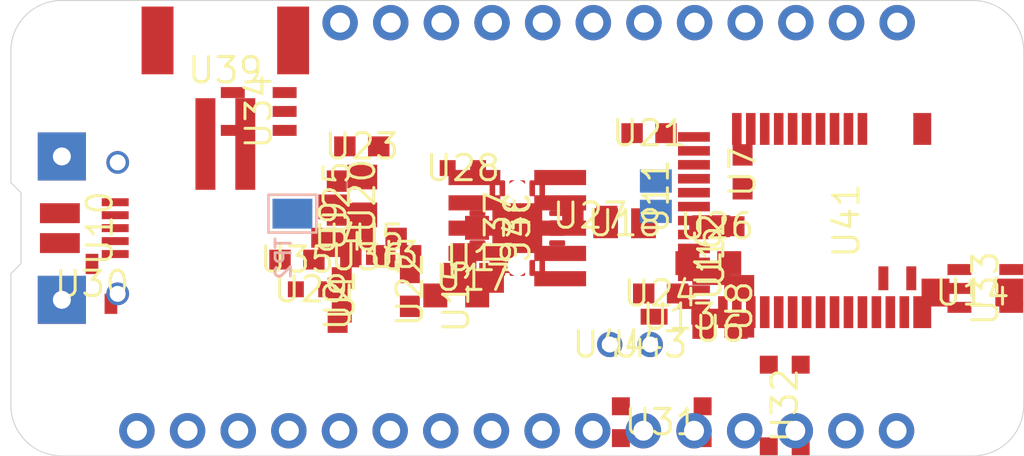
<source format=kicad_pcb>
 ( kicad_pcb  ( version 20171130 )
 ( host pcbnew "(5.1.4-0-10_14)" )
 ( general  ( thickness 1.6 )
 ( drawings 12 )
 ( tracks 0 )
 ( zones 0 )
 ( modules 46 )
 ( nets 70 )
)
 ( page A4 )
 ( layers  ( 0 Top signal )
 ( 31 Bottom signal )
 ( 32 B.Adhes user )
 ( 33 F.Adhes user hide )
 ( 34 B.Paste user )
 ( 35 F.Paste user )
 ( 36 B.SilkS user hide )
 ( 37 F.SilkS user )
 ( 38 B.Mask user )
 ( 39 F.Mask user hide )
 ( 40 Dwgs.User user )
 ( 41 Cmts.User user )
 ( 42 Eco1.User user )
 ( 43 Eco2.User user )
 ( 44 Edge.Cuts user )
 ( 45 Margin user )
 ( 46 B.CrtYd user )
 ( 47 F.CrtYd user )
 ( 48 B.Fab user )
 ( 49 F.Fab user )
)
 ( setup  ( last_trace_width 0.25 )
 ( trace_clearance 0.2 )
 ( zone_clearance 0.254 )
 ( zone_45_only no )
 ( trace_min 0.2 )
 ( via_size 0.8 )
 ( via_drill 0.4 )
 ( via_min_size 0.4 )
 ( via_min_drill 0.3 )
 ( uvia_size 0.3 )
 ( uvia_drill 0.1 )
 ( uvias_allowed yes )
 ( uvia_min_size 0.2 )
 ( uvia_min_drill 0.1 )
 ( edge_width 0.05 )
 ( segment_width 0.2 )
 ( pcb_text_width 0.3 )
 ( pcb_text_size 1.5 1.5 )
 ( mod_edge_width 0.12 )
 ( mod_text_size 1 1 )
 ( mod_text_width 0.15 )
 ( pad_size 2.413 2.413 )
 ( pad_drill 0.9 )
 ( pad_to_mask_clearance 0.051 )
 ( solder_mask_min_width 0.25 )
 ( aux_axis_origin 0 0 )
 ( visible_elements FFFFFF7F )
 ( pcbplotparams  ( layerselection 0x010fc_ffffffff )
 ( usegerberextensions false )
 ( usegerberattributes false )
 ( usegerberadvancedattributes false )
 ( creategerberjobfile false )
 ( excludeedgelayer true )
 ( linewidth 0.100000 )
 ( plotframeref false )
 ( viasonmask false )
 ( mode 1 )
 ( useauxorigin false )
 ( hpglpennumber 1 )
 ( hpglpenspeed 20 )
 ( hpglpendiameter 15.000000 )
 ( psnegative false )
 ( psa4output false )
 ( plotreference true )
 ( plotvalue true )
 ( plotinvisibletext false )
 ( padsonsilk false )
 ( subtractmaskfromsilk false )
 ( outputformat 1 )
 ( mirror false )
 ( drillshape 1 )
 ( scaleselection 1 )
 ( outputdirectory "" )
)
)
 ( net 0 "" )
 ( net 1 GND )
 ( net 2 3.3V )
 ( net 3 VBAT )
 ( net 4 VBUS )
 ( net 5 /RESET )
 ( net 6 /DFU )
 ( net 7 /TXD )
 ( net 8 /RXD )
 ( net 9 /MISO )
 ( net 10 /MOSI )
 ( net 11 /SCK )
 ( net 12 /A5/0.29 )
 ( net 13 /A4/0.28 )
 ( net 14 /A3/0.05 )
 ( net 15 /A2/0.04 )
 ( net 16 /A1/0.03 )
 ( net 17 /A0/0.02 )
 ( net 18 /SDA )
 ( net 19 /SCL )
 ( net 20 /P0.27 )
 ( net 21 /A6/P0.30 )
 ( net 22 /A7/P0.31 )
 ( net 23 /P0.11 )
 ( net 24 /P0.07 )
 ( net 25 /P0.15 )
 ( net 26 /P0.16 )
 ( net 27 /EN )
 ( net 28 "Net-(U1-Pad41)" )
 ( net 29 "Net-(U1-Pad40)" )
 ( net 30 /FRST )
 ( net 31 /SWDIO )
 ( net 32 /SWCLK )
 ( net 33 /LED2 )
 ( net 34 /SWO )
 ( net 35 /LED1 )
 ( net 36 /P0.10/NFC2 )
 ( net 37 /P0.09/NFC1 )
 ( net 38 "Net-(C2-Pad1)" )
 ( net 39 "Net-(C1-Pad1)" )
 ( net 40 "Net-(L2-Pad2)" )
 ( net 41 "Net-(C4-Pad1)" )
 ( net 42 "Net-(X1-Pad8)" )
 ( net 43 "Net-(D1-PadA)" )
 ( net 44 "Net-(D2-PadA)" )
 ( net 45 "Net-(R8-Pad1)" )
 ( net 46 "Net-(R3-Pad2)" )
 ( net 47 "Net-(C6-Pad1)" )
 ( net 48 "Net-(U2-Pad4)" )
 ( net 49 "Net-(X3-PadID)" )
 ( net 50 /USBD+ )
 ( net 51 /USBD- )
 ( net 52 "Net-(U4-Pad24)" )
 ( net 53 /DTR )
 ( net 54 "Net-(U4-Pad22)" )
 ( net 55 "Net-(R9-Pad1)" )
 ( net 56 "Net-(U4-Pad19)" )
 ( net 57 "Net-(U4-Pad18)" )
 ( net 58 "Net-(U4-Pad17)" )
 ( net 59 "Net-(C7-Pad1)" )
 ( net 60 "Net-(U4-Pad15)" )
 ( net 61 "Net-(U4-Pad14)" )
 ( net 62 "Net-(U4-Pad13)" )
 ( net 63 "Net-(U4-Pad12)" )
 ( net 64 "Net-(U4-Pad11)" )
 ( net 65 "Net-(U4-Pad10)" )
 ( net 66 "Net-(U4-Pad9)" )
 ( net 67 "Net-(U4-Pad1)" )
 ( net 68 "Net-(C11-Pad1)" )
 ( net 69 "Net-(CHG1-PadC)" )
 ( net_class Default "This is the default net class."  ( clearance 0.2 )
 ( trace_width 0.25 )
 ( via_dia 0.8 )
 ( via_drill 0.4 )
 ( uvia_dia 0.3 )
 ( uvia_drill 0.1 )
 ( add_net /A0/0.02 )
 ( add_net /A1/0.03 )
 ( add_net /A2/0.04 )
 ( add_net /A3/0.05 )
 ( add_net /A4/0.28 )
 ( add_net /A5/0.29 )
 ( add_net /A6/P0.30 )
 ( add_net /A7/P0.31 )
 ( add_net /DFU )
 ( add_net /DTR )
 ( add_net /EN )
 ( add_net /FRST )
 ( add_net /LED1 )
 ( add_net /LED2 )
 ( add_net /MISO )
 ( add_net /MOSI )
 ( add_net /P0.07 )
 ( add_net /P0.09/NFC1 )
 ( add_net /P0.10/NFC2 )
 ( add_net /P0.11 )
 ( add_net /P0.15 )
 ( add_net /P0.16 )
 ( add_net /P0.27 )
 ( add_net /RESET )
 ( add_net /RXD )
 ( add_net /SCK )
 ( add_net /SCL )
 ( add_net /SDA )
 ( add_net /SWCLK )
 ( add_net /SWDIO )
 ( add_net /SWO )
 ( add_net /TXD )
 ( add_net /USBD+ )
 ( add_net /USBD- )
 ( add_net 3.3V )
 ( add_net GND )
 ( add_net "Net-(C1-Pad1)" )
 ( add_net "Net-(C11-Pad1)" )
 ( add_net "Net-(C2-Pad1)" )
 ( add_net "Net-(C4-Pad1)" )
 ( add_net "Net-(C6-Pad1)" )
 ( add_net "Net-(C7-Pad1)" )
 ( add_net "Net-(CHG1-PadC)" )
 ( add_net "Net-(D1-PadA)" )
 ( add_net "Net-(D2-PadA)" )
 ( add_net "Net-(L2-Pad2)" )
 ( add_net "Net-(R3-Pad2)" )
 ( add_net "Net-(R8-Pad1)" )
 ( add_net "Net-(R9-Pad1)" )
 ( add_net "Net-(U1-Pad40)" )
 ( add_net "Net-(U1-Pad41)" )
 ( add_net "Net-(U2-Pad4)" )
 ( add_net "Net-(U4-Pad1)" )
 ( add_net "Net-(U4-Pad10)" )
 ( add_net "Net-(U4-Pad11)" )
 ( add_net "Net-(U4-Pad12)" )
 ( add_net "Net-(U4-Pad13)" )
 ( add_net "Net-(U4-Pad14)" )
 ( add_net "Net-(U4-Pad15)" )
 ( add_net "Net-(U4-Pad17)" )
 ( add_net "Net-(U4-Pad18)" )
 ( add_net "Net-(U4-Pad19)" )
 ( add_net "Net-(U4-Pad22)" )
 ( add_net "Net-(U4-Pad24)" )
 ( add_net "Net-(U4-Pad9)" )
 ( add_net "Net-(X1-Pad8)" )
 ( add_net "Net-(X3-PadID)" )
 ( add_net VBAT )
 ( add_net VBUS )
)
 ( module MS1 locked  ( layer Top )
 ( tedit 5ECEFCF5 )
 ( tstamp 5ECF00CD )
 ( at 148.450000 115.270000 )
 ( fp_text reference MS1  ( at -23.876 11.176 )
 ( layer F.SilkS )
hide  ( effects  ( font  ( size 1.27 1.27 )
 ( thickness 0.15 )
)
)
)
 ( fp_text value ""  ( at 0 0 )
 ( layer F.SilkS )
 ( effects  ( font  ( size 1.27 1.27 )
 ( thickness 0.15 )
)
)
)
 ( fp_poly  ( pts  ( xy 20 -1.05 )
 ( xy -20 -1.1 )
 ( xy -20 0.8 )
 ( xy 20 0.85 )
)
 ( layer F.CrtYd )
 ( width 0.1 )
)
 ( fp_poly  ( pts  ( xy 20 -1.05 )
 ( xy -20 -1.1 )
 ( xy -20 0.8 )
 ( xy 20 0.85 )
)
 ( layer B.CrtYd )
 ( width 0.1 )
)
 ( pad 1 thru_hole circle  ( at -19.026 -0.094 )
 ( size 1.778 1.778 )
 ( drill 1 )
 ( layers *.Cu *.Mask )
 ( net 5 /RESET )
 ( solder_mask_margin 0.0508 )
)
 ( pad 2 thru_hole circle  ( at -16.486 -0.094 )
 ( size 1.778 1.778 )
 ( drill 1 )
 ( layers *.Cu *.Mask )
 ( net 2 3.3V )
 ( solder_mask_margin 0.0508 )
)
 ( pad 3 thru_hole circle  ( at -13.946 -0.094 )
 ( size 1.778 1.778 )
 ( drill 1 )
 ( layers *.Cu *.Mask )
 ( net 2 3.3V )
 ( solder_mask_margin 0.0508 )
)
 ( pad 4 thru_hole circle  ( at -11.406 -0.094 )
 ( size 1.778 1.778 )
 ( drill 1 )
 ( layers *.Cu *.Mask )
 ( net 1 GND )
 ( solder_mask_margin 0.0508 )
)
 ( pad 16 thru_hole circle  ( at 19.074 -0.094 )
 ( size 1.778 1.778 )
 ( drill 1 )
 ( layers *.Cu *.Mask )
 ( net 6 /DFU )
 ( solder_mask_margin 0.0508 )
)
 ( pad 15 thru_hole circle  ( at 16.534 -0.094 )
 ( size 1.778 1.778 )
 ( drill 1 )
 ( layers *.Cu *.Mask )
 ( net 7 /TXD )
 ( solder_mask_margin 0.0508 )
)
 ( pad 14 thru_hole circle  ( at 13.994 -0.094 )
 ( size 1.778 1.778 )
 ( drill 1 )
 ( layers *.Cu *.Mask )
 ( net 8 /RXD )
 ( solder_mask_margin 0.0508 )
)
 ( pad 13 thru_hole circle  ( at 11.454 -0.094 )
 ( size 1.778 1.778 )
 ( drill 1 )
 ( layers *.Cu *.Mask )
 ( net 9 /MISO )
 ( solder_mask_margin 0.0508 )
)
 ( pad 12 thru_hole circle  ( at 8.914 -0.094 )
 ( size 1.778 1.778 )
 ( drill 1 )
 ( layers *.Cu *.Mask )
 ( net 10 /MOSI )
 ( solder_mask_margin 0.0508 )
)
 ( pad 11 thru_hole circle  ( at 6.374 -0.094 )
 ( size 1.778 1.778 )
 ( drill 1 )
 ( layers *.Cu *.Mask )
 ( net 11 /SCK )
 ( solder_mask_margin 0.0508 )
)
 ( pad 10 thru_hole circle  ( at 3.834 -0.094 )
 ( size 1.778 1.778 )
 ( drill 1 )
 ( layers *.Cu *.Mask )
 ( net 12 /A5/0.29 )
 ( solder_mask_margin 0.0508 )
)
 ( pad 9 thru_hole circle  ( at 1.294 -0.094 )
 ( size 1.778 1.778 )
 ( drill 1 )
 ( layers *.Cu *.Mask )
 ( net 13 /A4/0.28 )
 ( solder_mask_margin 0.0508 )
)
 ( pad 8 thru_hole circle  ( at -1.246 -0.094 )
 ( size 1.778 1.778 )
 ( drill 1 )
 ( layers *.Cu *.Mask )
 ( net 14 /A3/0.05 )
 ( solder_mask_margin 0.0508 )
)
 ( pad 7 thru_hole circle  ( at -3.786 -0.094 )
 ( size 1.778 1.778 )
 ( drill 1 )
 ( layers *.Cu *.Mask )
 ( net 15 /A2/0.04 )
 ( solder_mask_margin 0.0508 )
)
 ( pad 6 thru_hole circle  ( at -6.326 -0.094 )
 ( size 1.778 1.778 )
 ( drill 1 )
 ( layers *.Cu *.Mask )
 ( net 16 /A1/0.03 )
 ( solder_mask_margin 0.0508 )
)
 ( pad 5 thru_hole circle  ( at -8.866 -0.094 )
 ( size 1.778 1.778 )
 ( drill 1 )
 ( layers *.Cu *.Mask )
 ( net 17 /A0/0.02 )
 ( solder_mask_margin 0.0508 )
)
)
 ( module MS2 locked  ( layer Top )
 ( tedit 5ECEFC9F )
 ( tstamp 5ECEFD2A )
 ( at 153.580000 94.650000 )
 ( fp_text reference MS2  ( at -23.876 11.176 )
 ( layer F.SilkS )
hide  ( effects  ( font  ( size 1.27 1.27 )
 ( thickness 0.15 )
)
)
)
 ( fp_text value ""  ( at -0.1 0.2 )
 ( layer F.SilkS )
 ( effects  ( font  ( size 1.27 1.27 )
 ( thickness 0.15 )
)
)
)
 ( fp_poly  ( pts  ( xy 14.9 -0.9 )
 ( xy -14.85 -0.9 )
 ( xy -14.85 0.95 )
 ( xy 14.9 0.95 )
)
 ( layer F.CrtYd )
 ( width 0.1 )
)
 ( fp_poly  ( pts  ( xy 14.9 -0.9 )
 ( xy -14.85 -0.9 )
 ( xy -14.85 0.95 )
 ( xy 14.9 0.95 )
)
 ( layer B.CrtYd )
 ( width 0.1 )
)
 ( pad 17 thru_hole circle  ( at 13.974 0.036 )
 ( size 1.778 1.778 )
 ( drill 1 )
 ( layers *.Cu *.Mask )
 ( net 18 /SDA )
 ( solder_mask_margin 0.0508 )
)
 ( pad 18 thru_hole circle  ( at 11.434 0.036 )
 ( size 1.778 1.778 )
 ( drill 1 )
 ( layers *.Cu *.Mask )
 ( net 19 /SCL )
 ( solder_mask_margin 0.0508 )
)
 ( pad 19 thru_hole circle  ( at 8.894 0.036 )
 ( size 1.778 1.778 )
 ( drill 1 )
 ( layers *.Cu *.Mask )
 ( net 20 /P0.27 )
 ( solder_mask_margin 0.0508 )
)
 ( pad 20 thru_hole circle  ( at 6.354 0.036 )
 ( size 1.778 1.778 )
 ( drill 1 )
 ( layers *.Cu *.Mask )
 ( net 21 /A6/P0.30 )
 ( solder_mask_margin 0.0508 )
)
 ( pad 21 thru_hole circle  ( at 3.814 0.036 )
 ( size 1.778 1.778 )
 ( drill 1 )
 ( layers *.Cu *.Mask )
 ( net 22 /A7/P0.31 )
 ( solder_mask_margin 0.0508 )
)
 ( pad 22 thru_hole circle  ( at 1.274 0.036 )
 ( size 1.778 1.778 )
 ( drill 1 )
 ( layers *.Cu *.Mask )
 ( net 23 /P0.11 )
 ( solder_mask_margin 0.0508 )
)
 ( pad 23 thru_hole circle  ( at -1.266 0.036 )
 ( size 1.778 1.778 )
 ( drill 1 )
 ( layers *.Cu *.Mask )
 ( net 24 /P0.07 )
 ( solder_mask_margin 0.0508 )
)
 ( pad 24 thru_hole circle  ( at -3.806 0.036 )
 ( size 1.778 1.778 )
 ( drill 1 )
 ( layers *.Cu *.Mask )
 ( net 25 /P0.15 )
 ( solder_mask_margin 0.0508 )
)
 ( pad 25 thru_hole circle  ( at -6.346 0.036 )
 ( size 1.778 1.778 )
 ( drill 1 )
 ( layers *.Cu *.Mask )
 ( net 26 /P0.16 )
 ( solder_mask_margin 0.0508 )
)
 ( pad 26 thru_hole circle  ( at -8.886 0.036 )
 ( size 1.778 1.778 )
 ( drill 1 )
 ( layers *.Cu *.Mask )
 ( net 4 VBUS )
 ( solder_mask_margin 0.0508 )
)
 ( pad 27 thru_hole circle  ( at -11.426 0.036 )
 ( size 1.778 1.778 )
 ( drill 1 )
 ( layers *.Cu *.Mask )
 ( net 27 /EN )
 ( solder_mask_margin 0.0508 )
)
 ( pad 28 thru_hole circle  ( at -13.966 0.036 )
 ( size 1.778 1.778 )
 ( drill 1 )
 ( layers *.Cu *.Mask )
 ( net 3 VBAT )
 ( solder_mask_margin 0.0508 )
)
)
 ( module "Adafruit nRF52 Bluefruit Feather:JSTPH2" locked  ( layer Top )
 ( tedit 5DD6DA47 )
 ( tstamp 5DD6D218 )
 ( at 133.858000 98.602800 )
 ( fp_text reference U39  ( at 0 -1.524 )
 ( layer F.SilkS )
 ( effects  ( font  ( size 1.27 1.27 )
 ( thickness 0.15 )
)
)
)
 ( fp_text value ""  ( at 0 -1.524 )
 ( layer F.SilkS )
 ( effects  ( font  ( size 1.27 1.27 )
 ( thickness 0.15 )
)
)
)
 ( fp_poly  ( pts  ( xy 4 -4.524 )
 ( xy 4.0132 2.9972 )
 ( xy 3.2004 2.9972 )
 ( xy 3.2004 0.4318 )
 ( xy -3.2004 0.4318 )
 ( xy -3.2004 2.9718 )
 ( xy -3.9878 2.9718 )
 ( xy -3.9878 -4.5466 )
)
 ( layer F.CrtYd )
 ( width 0.1 )
)
 ( pad NC2 smd rect  ( at 3.4 -3.024 90.000000 )
 ( size 3.4 1.6 )
 ( layers Top F.Mask F.Paste )
 ( solder_mask_margin 0.0508 )
)
 ( pad NC1 smd rect  ( at -3.4 -3.024 90.000000 )
 ( size 3.4 1.6 )
 ( layers Top F.Mask F.Paste )
 ( solder_mask_margin 0.0508 )
)
 ( pad 2 smd rect  ( at 1 2.176 )
 ( size 1 4.6 )
 ( layers Top F.Mask F.Paste )
 ( net 3 VBAT )
 ( solder_mask_margin 0.0508 )
)
 ( pad 1 smd rect  ( at -1 2.176 )
 ( size 1 4.6 )
 ( layers Top F.Mask F.Paste )
 ( net 1 GND )
 ( solder_mask_margin 0.0508 )
)
)
 ( module "Adafruit nRF52 Bluefruit Feather:4UCONN_20329_V2" locked  ( layer Top )
 ( tedit 5DD6E28E )
 ( tstamp 5DD6D241 )
 ( at 125.526800 105.003600 270.000000 )
 ( fp_text reference U10  ( at 0 -2.032 90 )
 ( layer F.SilkS )
 ( effects  ( font  ( size 1.27 1.27 )
 ( thickness 0.15 )
)
)
)
 ( fp_text value ""  ( at 0 -2.032 90 )
 ( layer F.SilkS )
 ( effects  ( font  ( size 1.27 1.27 )
 ( thickness 0.15 )
)
)
)
 ( fp_poly  ( pts  ( xy 4.953 2.921 )
 ( xy -4.826 2.921 )
 ( xy -4.826 -3.048 )
 ( xy 4.953 -3.048 )
)
 ( layer F.CrtYd )
 ( width 0.1 )
)
 ( pad BASE@2 smd rect  ( at 0.75 -0.032 )
 ( size 2 1 )
 ( layers Top F.Mask F.Paste )
 ( net 1 GND )
 ( solder_mask_margin 0.0508 )
)
 ( pad BASE@1 smd rect  ( at -0.75 -0.032 )
 ( size 2 1 )
 ( layers Top F.Mask F.Paste )
 ( net 1 GND )
 ( solder_mask_margin 0.0508 )
)
 ( pad GND smd rect  ( at 1.3 -2.807 270.000000 )
 ( size 0.4 1.35 )
 ( layers Top )
 ( net 1 GND )
 ( solder_mask_margin 0.0508 )
)
 ( pad ID smd rect  ( at 0.65 -2.807 270.000000 )
 ( size 0.4 1.35 )
 ( layers Top )
 ( net 49 "Net-(X3-PadID)" )
 ( solder_mask_margin 0.0508 )
)
 ( pad D+ smd rect  ( at 0 -2.807 270.000000 )
 ( size 0.4 1.35 )
 ( layers Top )
 ( net 50 /USBD+ )
 ( solder_mask_margin 0.0508 )
)
 ( pad D- smd rect  ( at -0.65 -2.807 270.000000 )
 ( size 0.4 1.35 )
 ( layers Top )
 ( net 51 /USBD- )
 ( solder_mask_margin 0.0508 )
)
 ( pad VBUS smd rect  ( at -1.3 -2.807 270.000000 )
 ( size 0.4 1.35 )
 ( layers Top )
 ( net 4 VBUS )
 ( solder_mask_margin 0.0508 )
)
 ( pad SPRT@2 thru_hole circle  ( at 3.3 -2.932 270.000000 )
 ( size 1.143 1.143 )
 ( drill 0.8 )
 ( layers *.Cu *.Mask )
 ( net 1 GND )
 ( solder_mask_margin 0.0508 )
)
 ( pad SPRT@1 thru_hole circle  ( at -3.3 -2.932 90.000000 )
 ( size 1.143 1.143 )
 ( drill 0.8 )
 ( layers *.Cu *.Mask )
 ( net 1 GND )
 ( solder_mask_margin 0.0508 )
)
 ( pad SPRT@3 thru_hole rect  ( at -3.6 -0.132 )
 ( size 2.413 2.413 )
 ( drill 0.9 )
 ( layers *.Cu *.Mask )
)
 ( pad SPRT@4 thru_hole rect  ( at 3.6 -0.132 )
 ( size 2.413 2.413 )
 ( drill 0.9 )
 ( layers *.Cu *.Mask )
)
)
 ( module "Adafruit nRF52 Bluefruit Feather:0603-NO"  ( layer Top )
 ( tedit 5DD6E39B )
 ( tstamp 5DD6D33D )
 ( at 139.694588 108.355036 270.000000 )
 ( fp_text reference U1  ( at 0 0 270 )
 ( layer F.SilkS )
 ( effects  ( font  ( size 1.27 1.27 )
 ( thickness 0.15 )
)
)
)
 ( fp_text value ""  ( at 0 0 270 )
 ( layer F.SilkS )
 ( effects  ( font  ( size 1.27 1.27 )
 ( thickness 0.15 )
)
)
)
 ( fp_poly  ( pts  ( xy 1.473 0.508 )
 ( xy -1.473 0.508 )
 ( xy -1.473 -0.508 )
 ( xy 1.473 -0.508 )
)
 ( layer F.CrtYd )
 ( width 0.1 )
)
 ( pad 2 smd rect  ( at 0.85 0 270.000000 )
 ( size 1.075 1 )
 ( layers Top F.Mask F.Paste )
 ( net 53 /DTR )
 ( solder_mask_margin 0.0508 )
)
 ( pad 1 smd rect  ( at -0.85 0 270.000000 )
 ( size 1.075 1 )
 ( layers Top F.Mask F.Paste )
 ( net 68 "Net-(C11-Pad1)" )
 ( solder_mask_margin 0.0508 )
)
)
 ( module "Adafruit nRF52 Bluefruit Feather:0603-NO"  ( layer Top )
 ( tedit 5DD6E390 )
 ( tstamp 5DD6D364 )
 ( at 139.489473 108.875979 270.000000 )
 ( fp_text reference U2  ( at 0 0 270 )
 ( layer F.SilkS )
 ( effects  ( font  ( size 1.27 1.27 )
 ( thickness 0.15 )
)
)
)
 ( fp_text value ""  ( at 0 0 270 )
 ( layer F.SilkS )
 ( effects  ( font  ( size 1.27 1.27 )
 ( thickness 0.15 )
)
)
)
 ( fp_poly  ( pts  ( xy 1.473 0.508 )
 ( xy -1.473 0.508 )
 ( xy -1.473 -0.508 )
 ( xy 1.473 -0.508 )
)
 ( layer F.CrtYd )
 ( width 0.1 )
)
 ( pad 2 smd rect  ( at 0.85 0 270.000000 )
 ( size 1.075 1 )
 ( layers Top F.Mask F.Paste )
 ( net 8 /RXD )
 ( solder_mask_margin 0.0508 )
)
 ( pad 1 smd rect  ( at -0.85 0 270.000000 )
 ( size 1.075 1 )
 ( layers Top F.Mask F.Paste )
 ( net 55 "Net-(R9-Pad1)" )
 ( solder_mask_margin 0.0508 )
)
)
 ( module "Adafruit nRF52 Bluefruit Feather:0603-NO"  ( layer Top )
 ( tedit 5DD6E361 )
 ( tstamp 5DD6D232 )
 ( at 142.299965 106.352208 )
 ( fp_text reference U3  ( at 0 0 )
 ( layer F.SilkS )
 ( effects  ( font  ( size 1.27 1.27 )
 ( thickness 0.15 )
)
)
)
 ( fp_text value ""  ( at 0 0 )
 ( layer F.SilkS )
 ( effects  ( font  ( size 1.27 1.27 )
 ( thickness 0.15 )
)
)
)
 ( fp_poly  ( pts  ( xy 1.473 0.635 )
 ( xy -1.473 0.635 )
 ( xy -1.473 -0.635 )
 ( xy 1.473 -0.635 )
)
 ( layer F.CrtYd )
 ( width 0.1 )
)
 ( pad 2 smd rect  ( at 0.85 0 )
 ( size 1.075 1 )
 ( layers Top F.Mask F.Paste )
 ( net 47 "Net-(C6-Pad1)" )
 ( solder_mask_margin 0.0508 )
)
 ( pad 1 smd rect  ( at -0.85 0 )
 ( size 1.075 1 )
 ( layers Top F.Mask F.Paste )
 ( net 27 /EN )
 ( solder_mask_margin 0.0508 )
)
)
 ( module "Adafruit nRF52 Bluefruit Feather:0603-NO"  ( layer Top )
 ( tedit 5DD6E35B )
 ( tstamp 5DD6D3C1 )
 ( at 139.554825 105.484731 180.000000 )
 ( fp_text reference U4  ( at 0 0 )
 ( layer F.SilkS )
 ( effects  ( font  ( size 1.27 1.27 )
 ( thickness 0.15 )
)
)
)
 ( fp_text value ""  ( at 0 0 )
 ( layer F.SilkS )
 ( effects  ( font  ( size 1.27 1.27 )
 ( thickness 0.15 )
)
)
)
 ( fp_poly  ( pts  ( xy 1.473 0.635 )
 ( xy -1.473 0.635 )
 ( xy -1.473 -0.635 )
 ( xy 1.473 -0.635 )
)
 ( layer F.CrtYd )
 ( width 0.1 )
)
 ( pad 2 smd rect  ( at 0.85 0 180.000000 )
 ( size 1.075 1 )
 ( layers Top F.Mask F.Paste )
 ( net 1 GND )
 ( solder_mask_margin 0.0508 )
)
 ( pad 1 smd rect  ( at -0.85 0 180.000000 )
 ( size 1.075 1 )
 ( layers Top F.Mask F.Paste )
 ( net 22 /A7/P0.31 )
 ( solder_mask_margin 0.0508 )
)
)
 ( module "Adafruit nRF52 Bluefruit Feather:0603-NO"  ( layer Top )
 ( tedit 5DD6E34E )
 ( tstamp 5DD6D1D2 )
 ( at 141.574142 105.481276 )
 ( fp_text reference U5  ( at 0 0 )
 ( layer F.SilkS )
 ( effects  ( font  ( size 1.27 1.27 )
 ( thickness 0.15 )
)
)
)
 ( fp_text value ""  ( at 0 0 )
 ( layer F.SilkS )
 ( effects  ( font  ( size 1.27 1.27 )
 ( thickness 0.15 )
)
)
)
 ( fp_poly  ( pts  ( xy 1.473 0.508 )
 ( xy -1.473 0.508 )
 ( xy -1.473 -0.508 )
 ( xy 1.473 -0.508 )
)
 ( layer F.CrtYd )
 ( width 0.1 )
)
 ( pad 2 smd rect  ( at 0.85 0 )
 ( size 1.075 1 )
 ( layers Top F.Mask F.Paste )
 ( net 22 /A7/P0.31 )
 ( solder_mask_margin 0.0508 )
)
 ( pad 1 smd rect  ( at -0.85 0 )
 ( size 1.075 1 )
 ( layers Top F.Mask F.Paste )
 ( net 3 VBAT )
 ( solder_mask_margin 0.0508 )
)
)
 ( module "Adafruit nRF52 Bluefruit Feather:0603-NO"  ( layer Top )
 ( tedit 5DD6E33E )
 ( tstamp 5DD6D1E1 )
 ( at 158.671018 110.062044 )
 ( fp_text reference U6  ( at 0 0 )
 ( layer F.SilkS )
 ( effects  ( font  ( size 1.27 1.27 )
 ( thickness 0.15 )
)
)
)
 ( fp_text value ""  ( at 0 0 )
 ( layer F.SilkS )
 ( effects  ( font  ( size 1.27 1.27 )
 ( thickness 0.15 )
)
)
)
 ( fp_poly  ( pts  ( xy 1.473 0.635 )
 ( xy -1.473 0.635 )
 ( xy -1.473 -0.635 )
 ( xy 1.473 -0.635 )
)
 ( layer F.CrtYd )
 ( width 0.1 )
)
 ( pad 2 smd rect  ( at 0.85 0 )
 ( size 1.075 1 )
 ( layers Top F.Mask F.Paste )
 ( net 1 GND )
 ( solder_mask_margin 0.0508 )
)
 ( pad 1 smd rect  ( at -0.85 0 )
 ( size 1.075 1 )
 ( layers Top F.Mask F.Paste )
 ( net 22 /A7/P0.31 )
 ( solder_mask_margin 0.0508 )
)
)
 ( module "Adafruit nRF52 Bluefruit Feather:0603-NO"  ( layer Top )
 ( tedit 5DD6E32C )
 ( tstamp 5DD6D311 )
 ( at 159.800141 102.175826 90.000000 )
 ( fp_text reference U7  ( at 0 0 90 )
 ( layer F.SilkS )
 ( effects  ( font  ( size 1.27 1.27 )
 ( thickness 0.15 )
)
)
)
 ( fp_text value ""  ( at 0 0 90 )
 ( layer F.SilkS )
 ( effects  ( font  ( size 1.27 1.27 )
 ( thickness 0.15 )
)
)
)
 ( fp_poly  ( pts  ( xy 1.473 0.635 )
 ( xy -1.473 0.635 )
 ( xy -1.473 -0.635 )
 ( xy 1.473 -0.635 )
)
 ( layer F.CrtYd )
 ( width 0.1 )
)
 ( pad 2 smd rect  ( at 0.85 0 90.000000 )
 ( size 1.075 1 )
 ( layers Top F.Mask F.Paste )
 ( net 1 GND )
 ( solder_mask_margin 0.0508 )
)
 ( pad 1 smd rect  ( at -0.85 0 90.000000 )
 ( size 1.075 1 )
 ( layers Top F.Mask F.Paste )
 ( net 2 3.3V )
 ( solder_mask_margin 0.0508 )
)
)
 ( module "Adafruit nRF52 Bluefruit Feather:0805-NO"  ( layer Top )
 ( tedit 5DD6E322 )
 ( tstamp 5DD6D1FA )
 ( at 159.631089 108.928012 90.000000 )
 ( fp_text reference U8  ( at 0 0 90 )
 ( layer F.SilkS )
 ( effects  ( font  ( size 1.27 1.27 )
 ( thickness 0.15 )
)
)
)
 ( fp_text value ""  ( at 0 0 90 )
 ( layer F.SilkS )
 ( effects  ( font  ( size 1.27 1.27 )
 ( thickness 0.15 )
)
)
)
 ( fp_poly  ( pts  ( xy 1.524 0.762 )
 ( xy -1.524 0.762 )
 ( xy -1.524 -0.762 )
 ( xy 1.524 -0.762 )
)
 ( layer F.CrtYd )
 ( width 0.1 )
)
 ( pad 2 smd rect  ( at 0.95 0 90.000000 )
 ( size 1.24 1.5 )
 ( layers Top F.Mask F.Paste )
 ( net 1 GND )
 ( solder_mask_margin 0.0508 )
)
 ( pad 1 smd rect  ( at -0.95 0 90.000000 )
 ( size 1.24 1.5 )
 ( layers Top F.Mask F.Paste )
 ( net 2 3.3V )
 ( solder_mask_margin 0.0508 )
)
)
 ( module "Adafruit nRF52 Bluefruit Feather:0805-NO"  ( layer Top )
 ( tedit 5DD6E315 )
 ( tstamp 5DD6D3F7 )
 ( at 139.273939 104.884309 90.000000 )
 ( fp_text reference U9  ( at 0 0 90 )
 ( layer F.SilkS )
 ( effects  ( font  ( size 1.27 1.27 )
 ( thickness 0.15 )
)
)
)
 ( fp_text value ""  ( at 0 0 90 )
 ( layer F.SilkS )
 ( effects  ( font  ( size 1.27 1.27 )
 ( thickness 0.15 )
)
)
)
 ( fp_poly  ( pts  ( xy 1.524 0.762 )
 ( xy -1.524 0.762 )
 ( xy -1.524 -0.762 )
 ( xy 1.524 -0.762 )
)
 ( layer F.CrtYd )
 ( width 0.1 )
)
 ( pad 2 smd rect  ( at 0.95 0 90.000000 )
 ( size 1.24 1.5 )
 ( layers Top F.Mask F.Paste )
 ( net 1 GND )
 ( solder_mask_margin 0.0508 )
)
 ( pad 1 smd rect  ( at -0.95 0 90.000000 )
 ( size 1.24 1.5 )
 ( layers Top F.Mask F.Paste )
 ( net 59 "Net-(C7-Pad1)" )
 ( solder_mask_margin 0.0508 )
)
)
 ( module "Adafruit nRF52 Bluefruit Feather:SOLDERJUMPER_CLOSEDWIRE"  ( layer Bottom )
 ( tedit 5DD6E25F )
 ( tstamp 5DD6D3DA )
 ( at 155.450490 103.399524 270.000000 )
 ( fp_text reference U11  ( at 0 0 90 )
 ( layer F.SilkS )
 ( effects  ( font  ( size 1.27 1.27 )
 ( thickness 0.15 )
)
)
)
 ( fp_text value ""  ( at 0 0 90 )
 ( layer F.SilkS )
 ( effects  ( font  ( size 1.27 1.27 )
 ( thickness 0.15 )
)
)
)
 ( fp_poly  ( pts  ( xy 1.651 -1.016 )
 ( xy -1.651 -1.016 )
 ( xy -1.651 1.016 )
 ( xy 1.651 1.016 )
)
 ( layer B.CrtYd )
 ( width 0.1 )
)
 ( pad 2 smd rect  ( at 0.762 0 270.000000 )
 ( size 1.1684 1.6002 )
 ( layers Bottom )
 ( net 68 "Net-(C11-Pad1)" )
 ( solder_mask_margin 0.0508 )
)
 ( pad 1 smd rect  ( at -0.762 0 270.000000 )
 ( size 1.1684 1.6002 )
 ( layers Bottom )
 ( net 5 /RESET )
 ( solder_mask_margin 0.0508 )
)
)
 ( module "Adafruit nRF52 Bluefruit Feather:PAD-1.5X2.0"  ( layer Bottom )
 ( tedit 5DD6E027 )
 ( tstamp 5DD6D373 )
 ( at 137.222543 104.275589 270.000000 )
 ( descr "1.5 x 2.0mm SMT pad (no solder paste)" )
 ( path /FA3D1D6B )
 ( fp_text reference TP2  ( at 1.1 0 270 )
 ( layer B.SilkS )
 ( effects  ( font  ( size 0.77216 0.77216 )
 ( thickness 0.138988 )
)
 ( justify left bottom mirror )
)
)
 ( fp_text value FRST  ( at 1.1 -0.7 270 )
 ( layer B.Fab )
 ( effects  ( font  ( size 0.38608 0.38608 )
 ( thickness 0.038608 )
)
 ( justify left bottom mirror )
)
)
 ( fp_line  ( start -0.95 -1.2 )
 ( end -0.95 1.2 )
 ( layer B.SilkS )
 ( width 0.127 )
)
 ( fp_line  ( start 0.95 -1.2 )
 ( end -0.95 -1.2 )
 ( layer B.SilkS )
 ( width 0.127 )
)
 ( fp_line  ( start 0.95 1.2 )
 ( end 0.95 -1.2 )
 ( layer B.SilkS )
 ( width 0.127 )
)
 ( fp_line  ( start -0.95 1.2 )
 ( end 0.95 1.2 )
 ( layer B.SilkS )
 ( width 0.127 )
)
 ( fp_poly  ( pts  ( xy 0.95 -1.2 )
 ( xy -0.95 -1.2 )
 ( xy -0.95 1.2 )
 ( xy 0.95 1.2 )
)
 ( layer B.CrtYd )
 ( width 0.1 )
)
 ( pad P$1 smd rect  ( at 0 0 270.000000 )
 ( size 1.5 2 )
 ( layers Bottom )
 ( net 30 /FRST )
 ( solder_mask_margin 0.0508 )
)
)
 ( module "Adafruit nRF52 Bluefruit Feather:XTAL3215"  ( layer Top )
 ( tedit 5DD6DEBE )
 ( tstamp 5DD6D3AC )
 ( at 158.228063 106.108150 90.000000 )
 ( fp_text reference U12  ( at 0 0 90 )
 ( layer F.SilkS )
 ( effects  ( font  ( size 1.27 1.27 )
 ( thickness 0.15 )
)
)
)
 ( fp_text value ""  ( at 0 0 90 )
 ( layer F.SilkS )
 ( effects  ( font  ( size 1.27 1.27 )
 ( thickness 0.15 )
)
)
)
 ( fp_poly  ( pts  ( xy 1.651 0.889 )
 ( xy -1.651 0.889 )
 ( xy -1.651 -0.889 )
 ( xy 1.651 -0.889 )
)
 ( layer F.CrtYd )
 ( width 0.1 )
)
 ( pad P$2 smd rect  ( at -1.2 0 270.000000 )
 ( size 1.1 1.9 )
 ( layers Top F.Mask F.Paste )
 ( net 38 "Net-(C2-Pad1)" )
 ( solder_mask_margin 0.0508 )
)
 ( pad P$1 smd rect  ( at 1.2 0 90.000000 )
 ( size 1.1 1.9 )
 ( layers Top F.Mask F.Paste )
 ( net 39 "Net-(C1-Pad1)" )
 ( solder_mask_margin 0.0508 )
)
)
 ( module "Adafruit nRF52 Bluefruit Feather:SOD-323"  ( layer Top )
 ( tedit 5DD6DE68 )
 ( tstamp 5DD6D320 )
 ( at 156.631681 109.451946 180.000000 )
 ( fp_text reference U13  ( at 0 0 180 )
 ( layer F.SilkS )
 ( effects  ( font  ( size 1.27 1.27 )
 ( thickness 0.15 )
)
)
)
 ( fp_text value ""  ( at 0 0 180 )
 ( layer F.SilkS )
 ( effects  ( font  ( size 1.27 1.27 )
 ( thickness 0.15 )
)
)
)
 ( fp_poly  ( pts  ( xy 1.524 0.762 )
 ( xy -1.524 0.762 )
 ( xy -1.524 -0.762 )
 ( xy 1.524 -0.762 )
)
 ( layer F.CrtYd )
 ( width 0.1 )
)
 ( pad A smd rect  ( at 1.27 0 180.000000 )
 ( size 1.35 0.8 )
 ( layers Top F.Mask F.Paste )
 ( net 5 /RESET )
 ( solder_mask_margin 0.0508 )
)
 ( pad C smd rect  ( at -1.27 0 180.000000 )
 ( size 1.35 0.8 )
 ( layers Top F.Mask F.Paste )
 ( net 2 3.3V )
 ( solder_mask_margin 0.0508 )
)
)
 ( module "Adafruit nRF52 Bluefruit Feather:SOD-123"  ( layer Top )
 ( tedit 5DD6DDF8 )
 ( tstamp 5DD6D37B )
 ( at 171.326099 108.238164 180.000000 )
 ( fp_text reference U14  ( at 0 0 180 )
 ( layer F.SilkS )
 ( effects  ( font  ( size 1.27 1.27 )
 ( thickness 0.15 )
)
)
)
 ( fp_text value ""  ( at 0 0 180 )
 ( layer F.SilkS )
 ( effects  ( font  ( size 1.27 1.27 )
 ( thickness 0.15 )
)
)
)
 ( fp_poly  ( pts  ( xy 2.032 0.889 )
 ( xy -1.778 0.889 )
 ( xy -1.778 -0.889 )
 ( xy 2.032 -0.889 )
)
 ( layer F.CrtYd )
 ( width 0.1 )
)
 ( pad A smd rect  ( at 1.85 0 270.000000 )
 ( size 1.4 1.4 )
 ( layers Top F.Mask F.Paste )
 ( net 4 VBUS )
 ( solder_mask_margin 0.0508 )
)
 ( pad C smd rect  ( at -1.85 0 270.000000 )
 ( size 1.4 1.4 )
 ( layers Top F.Mask F.Paste )
 ( net 47 "Net-(C6-Pad1)" )
 ( solder_mask_margin 0.0508 )
)
)
 ( module "Adafruit nRF52 Bluefruit Feather:CHIPLED_0805_NOOUTLINE"  ( layer Top )
 ( tedit 5DD6DDE2 )
 ( tstamp 5DD6D191 )
 ( at 145.439164 108.383521 270.000000 )
 ( fp_text reference U15  ( at 0 0 270 )
 ( layer F.SilkS )
 ( effects  ( font  ( size 1.27 1.27 )
 ( thickness 0.15 )
)
)
)
 ( fp_text value ""  ( at 0 0 270 )
 ( layer F.SilkS )
 ( effects  ( font  ( size 1.27 1.27 )
 ( thickness 0.15 )
)
)
)
 ( fp_poly  ( pts  ( xy 0.762 1.524 )
 ( xy -0.762 1.524 )
 ( xy -0.762 -1.397 )
 ( xy 0.762 -1.397 )
)
 ( layer F.CrtYd )
 ( width 0.1 )
)
 ( pad A smd rect  ( at 0 1.05 270.000000 )
 ( size 1.2 1.2 )
 ( layers Top F.Mask F.Paste )
 ( net 4 VBUS )
 ( solder_mask_margin 0.0508 )
)
 ( pad C smd rect  ( at 0 -1.05 270.000000 )
 ( size 1.2 1.2 )
 ( layers Top F.Mask F.Paste )
 ( net 69 "Net-(CHG1-PadC)" )
 ( solder_mask_margin 0.0508 )
)
)
 ( module "Adafruit nRF52 Bluefruit Feather:CHIPLED_0805_NOOUTLINE"  ( layer Top )
 ( tedit 5DD6DDD4 )
 ( tstamp 5DD6D114 )
 ( at 158.081500 106.759342 90.000000 )
 ( fp_text reference U16  ( at 0 0 90 )
 ( layer F.SilkS )
 ( effects  ( font  ( size 1.27 1.27 )
 ( thickness 0.15 )
)
)
)
 ( fp_text value ""  ( at 0 0 90 )
 ( layer F.SilkS )
 ( effects  ( font  ( size 1.27 1.27 )
 ( thickness 0.15 )
)
)
)
 ( fp_poly  ( pts  ( xy 0.762 1.524 )
 ( xy -0.762 1.524 )
 ( xy -0.762 -1.397 )
 ( xy 0.762 -1.397 )
)
 ( layer F.CrtYd )
 ( width 0.1 )
)
 ( pad A smd rect  ( at 0 1.05 90.000000 )
 ( size 1.2 1.2 )
 ( layers Top F.Mask F.Paste )
 ( net 43 "Net-(D1-PadA)" )
 ( solder_mask_margin 0.0508 )
)
 ( pad C smd rect  ( at 0 -1.05 90.000000 )
 ( size 1.2 1.2 )
 ( layers Top F.Mask F.Paste )
 ( net 1 GND )
 ( solder_mask_margin 0.0508 )
)
)
 ( module "Adafruit nRF52 Bluefruit Feather:0805-NO"  ( layer Top )
 ( tedit 5DD6DDA1 )
 ( tstamp 5DD6D164 )
 ( at 146.260486 107.498782 180.000000 )
 ( fp_text reference U17  ( at 0 0 180 )
 ( layer F.SilkS )
 ( effects  ( font  ( size 1.27 1.27 )
 ( thickness 0.15 )
)
)
)
 ( fp_text value ""  ( at 0 0 180 )
 ( layer F.SilkS )
 ( effects  ( font  ( size 1.27 1.27 )
 ( thickness 0.15 )
)
)
)
 ( fp_poly  ( pts  ( xy 1.524 0.889 )
 ( xy -1.524 0.889 )
 ( xy -1.524 -0.889 )
 ( xy 1.524 -0.889 )
)
 ( layer F.CrtYd )
 ( width 0.1 )
)
 ( pad 2 smd rect  ( at 0.95 0 180.000000 )
 ( size 1.24 1.5 )
 ( layers Top F.Mask F.Paste )
 ( net 40 "Net-(L2-Pad2)" )
 ( solder_mask_margin 0.0508 )
)
 ( pad 1 smd rect  ( at -0.95 0 180.000000 )
 ( size 1.24 1.5 )
 ( layers Top F.Mask F.Paste )
 ( net 41 "Net-(C4-Pad1)" )
 ( solder_mask_margin 0.0508 )
)
)
 ( module "Adafruit nRF52 Bluefruit Feather:0805-NO"  ( layer Top )
 ( tedit 5DD6DD9D )
 ( tstamp 5DD6D10A )
 ( at 153.880891 104.759239 180.000000 )
 ( fp_text reference U18  ( at 0 0 180 )
 ( layer F.SilkS )
 ( effects  ( font  ( size 1.27 1.27 )
 ( thickness 0.15 )
)
)
)
 ( fp_text value ""  ( at 0 0 180 )
 ( layer F.SilkS )
 ( effects  ( font  ( size 1.27 1.27 )
 ( thickness 0.15 )
)
)
)
 ( fp_poly  ( pts  ( xy 1.524 0.889 )
 ( xy -1.524 0.889 )
 ( xy -1.524 -0.889 )
 ( xy 1.524 -0.889 )
)
 ( layer F.CrtYd )
 ( width 0.1 )
)
 ( pad 2 smd rect  ( at 0.95 0 180.000000 )
 ( size 1.24 1.5 )
 ( layers Top F.Mask F.Paste )
 ( net 1 GND )
 ( solder_mask_margin 0.0508 )
)
 ( pad 1 smd rect  ( at -0.95 0 180.000000 )
 ( size 1.24 1.5 )
 ( layers Top F.Mask F.Paste )
 ( net 2 3.3V )
 ( solder_mask_margin 0.0508 )
)
)
 ( module "Adafruit nRF52 Bluefruit Feather:0805-NO"  ( layer Top )
 ( tedit 5DD6DD98 )
 ( tstamp 5DD6D1F0 )
 ( at 146.777133 106.508781 )
 ( fp_text reference U19  ( at 0 0 )
 ( layer F.SilkS )
 ( effects  ( font  ( size 1.27 1.27 )
 ( thickness 0.15 )
)
)
)
 ( fp_text value ""  ( at 0 0 )
 ( layer F.SilkS )
 ( effects  ( font  ( size 1.27 1.27 )
 ( thickness 0.15 )
)
)
)
 ( fp_poly  ( pts  ( xy 1.524 0.889 )
 ( xy -1.524 0.889 )
 ( xy -1.524 -0.889 )
 ( xy 1.524 -0.889 )
)
 ( layer F.CrtYd )
 ( width 0.1 )
)
 ( pad 2 smd rect  ( at 0.95 0 )
 ( size 1.24 1.5 )
 ( layers Top F.Mask F.Paste )
 ( net 1 GND )
 ( solder_mask_margin 0.0508 )
)
 ( pad 1 smd rect  ( at -0.95 0 )
 ( size 1.24 1.5 )
 ( layers Top F.Mask F.Paste )
 ( net 47 "Net-(C6-Pad1)" )
 ( solder_mask_margin 0.0508 )
)
)
 ( module "Adafruit nRF52 Bluefruit Feather:0805-NO"  ( layer Top )
 ( tedit 5DD6DD93 )
 ( tstamp 5DD6D1B9 )
 ( at 140.724335 103.387805 90.000000 )
 ( fp_text reference U20  ( at 0 0 90 )
 ( layer F.SilkS )
 ( effects  ( font  ( size 1.27 1.27 )
 ( thickness 0.15 )
)
)
)
 ( fp_text value ""  ( at 0 0 90 )
 ( layer F.SilkS )
 ( effects  ( font  ( size 1.27 1.27 )
 ( thickness 0.15 )
)
)
)
 ( fp_poly  ( pts  ( xy 1.524 0.889 )
 ( xy -1.524 0.889 )
 ( xy -1.524 -0.889 )
 ( xy 1.524 -0.889 )
)
 ( layer F.CrtYd )
 ( width 0.1 )
)
 ( pad 2 smd rect  ( at 0.95 0 90.000000 )
 ( size 1.24 1.5 )
 ( layers Top F.Mask F.Paste )
 ( net 1 GND )
 ( solder_mask_margin 0.0508 )
)
 ( pad 1 smd rect  ( at -0.95 0 90.000000 )
 ( size 1.24 1.5 )
 ( layers Top F.Mask F.Paste )
 ( net 3 VBAT )
 ( solder_mask_margin 0.0508 )
)
)
 ( module "Adafruit nRF52 Bluefruit Feather:0603-NO"  ( layer Top )
 ( tedit 5DD6DD60 )
 ( tstamp 5DD6D1C3 )
 ( at 155.109334 100.233445 )
 ( fp_text reference U21  ( at 0 0 )
 ( layer F.SilkS )
 ( effects  ( font  ( size 1.27 1.27 )
 ( thickness 0.15 )
)
)
)
 ( fp_text value ""  ( at 0 0 )
 ( layer F.SilkS )
 ( effects  ( font  ( size 1.27 1.27 )
 ( thickness 0.15 )
)
)
)
 ( fp_poly  ( pts  ( xy 1.473 0.729 )
 ( xy -1.473 0.729 )
 ( xy -1.473 -0.729 )
 ( xy 1.473 -0.729 )
)
 ( layer F.CrtYd )
 ( width 0.1 )
)
 ( pad 2 smd rect  ( at 0.85 0 )
 ( size 1.075 1 )
 ( layers Top F.Mask F.Paste )
 ( net 1 GND )
 ( solder_mask_margin 0.0508 )
)
 ( pad 1 smd rect  ( at -0.85 0 )
 ( size 1.075 1 )
 ( layers Top F.Mask F.Paste )
 ( net 45 "Net-(R8-Pad1)" )
 ( solder_mask_margin 0.0508 )
)
)
 ( module "Adafruit nRF52 Bluefruit Feather:0603-NO"  ( layer Top )
 ( tedit 5DD6DD56 )
 ( tstamp 5DD6D0FB )
 ( at 143.111781 108.079490 90.000000 )
 ( fp_text reference U22  ( at 0 0 90 )
 ( layer F.SilkS )
 ( effects  ( font  ( size 1.27 1.27 )
 ( thickness 0.15 )
)
)
)
 ( fp_text value ""  ( at 0 0 90 )
 ( layer F.SilkS )
 ( effects  ( font  ( size 1.27 1.27 )
 ( thickness 0.15 )
)
)
)
 ( fp_poly  ( pts  ( xy 1.473 0.729 )
 ( xy -1.473 0.729 )
 ( xy -1.473 -0.729 )
 ( xy 1.473 -0.729 )
)
 ( layer F.CrtYd )
 ( width 0.1 )
)
 ( pad 2 smd rect  ( at 0.85 0 90.000000 )
 ( size 1.075 1 )
 ( layers Top F.Mask F.Paste )
 ( net 1 GND )
 ( solder_mask_margin 0.0508 )
)
 ( pad 1 smd rect  ( at -0.85 0 90.000000 )
 ( size 1.075 1 )
 ( layers Top F.Mask F.Paste )
 ( net 38 "Net-(C2-Pad1)" )
 ( solder_mask_margin 0.0508 )
)
)
 ( module "Adafruit nRF52 Bluefruit Feather:0603-NO"  ( layer Top )
 ( tedit 5DD6DD52 )
 ( tstamp 5DD6D0EC )
 ( at 140.701254 100.898776 180.000000 )
 ( fp_text reference U23  ( at 0 0 180 )
 ( layer F.SilkS )
 ( effects  ( font  ( size 1.27 1.27 )
 ( thickness 0.15 )
)
)
)
 ( fp_text value ""  ( at 0 0 180 )
 ( layer F.SilkS )
 ( effects  ( font  ( size 1.27 1.27 )
 ( thickness 0.15 )
)
)
)
 ( fp_poly  ( pts  ( xy 1.473 0.729 )
 ( xy -1.473 0.729 )
 ( xy -1.473 -0.729 )
 ( xy 1.473 -0.729 )
)
 ( layer F.CrtYd )
 ( width 0.1 )
)
 ( pad 2 smd rect  ( at 0.85 0 180.000000 )
 ( size 1.075 1 )
 ( layers Top F.Mask F.Paste )
 ( net 1 GND )
 ( solder_mask_margin 0.0508 )
)
 ( pad 1 smd rect  ( at -0.85 0 180.000000 )
 ( size 1.075 1 )
 ( layers Top F.Mask F.Paste )
 ( net 39 "Net-(C1-Pad1)" )
 ( solder_mask_margin 0.0508 )
)
)
 ( module "Adafruit nRF52 Bluefruit Feather:0603-NO"  ( layer Top )
 ( tedit 5DD6DD4E )
 ( tstamp 5DD6D32E )
 ( at 155.691243 108.283472 180.000000 )
 ( fp_text reference U24  ( at 0 0 180 )
 ( layer F.SilkS )
 ( effects  ( font  ( size 1.27 1.27 )
 ( thickness 0.15 )
)
)
)
 ( fp_text value ""  ( at 0 0 180 )
 ( layer F.SilkS )
 ( effects  ( font  ( size 1.27 1.27 )
 ( thickness 0.15 )
)
)
)
 ( fp_poly  ( pts  ( xy 1.473 0.729 )
 ( xy -1.473 0.729 )
 ( xy -1.473 -0.729 )
 ( xy 1.473 -0.729 )
)
 ( layer F.CrtYd )
 ( width 0.1 )
)
 ( pad 2 smd rect  ( at 0.85 0 180.000000 )
 ( size 1.075 1 )
 ( layers Top F.Mask F.Paste )
 ( net 2 3.3V )
 ( solder_mask_margin 0.0508 )
)
 ( pad 1 smd rect  ( at -0.85 0 180.000000 )
 ( size 1.075 1 )
 ( layers Top F.Mask F.Paste )
 ( net 5 /RESET )
 ( solder_mask_margin 0.0508 )
)
)
 ( module "Adafruit nRF52 Bluefruit Feather:0603-NO"  ( layer Top )
 ( tedit 5DD6DD44 )
 ( tstamp 5DD6D146 )
 ( at 139.445889 103.493025 90.000000 )
 ( fp_text reference U25  ( at 0 0 90 )
 ( layer F.SilkS )
 ( effects  ( font  ( size 1.27 1.27 )
 ( thickness 0.15 )
)
)
)
 ( fp_text value ""  ( at 0 0 90 )
 ( layer F.SilkS )
 ( effects  ( font  ( size 1.27 1.27 )
 ( thickness 0.15 )
)
)
)
 ( fp_poly  ( pts  ( xy 1.473 0.729 )
 ( xy -1.473 0.729 )
 ( xy -1.473 -0.729 )
 ( xy 1.473 -0.729 )
)
 ( layer F.CrtYd )
 ( width 0.1 )
)
 ( pad 2 smd rect  ( at 0.85 0 90.000000 )
 ( size 1.075 1 )
 ( layers Top F.Mask F.Paste )
 ( net 35 /LED1 )
 ( solder_mask_margin 0.0508 )
)
 ( pad 1 smd rect  ( at -0.85 0 90.000000 )
 ( size 1.075 1 )
 ( layers Top F.Mask F.Paste )
 ( net 43 "Net-(D1-PadA)" )
 ( solder_mask_margin 0.0508 )
)
)
 ( module "Adafruit nRF52 Bluefruit Feather:0603-NO"  ( layer Top )
 ( tedit 5DD6DD3E )
 ( tstamp 5DD6D39D )
 ( at 158.509085 104.907712 )
 ( fp_text reference U26  ( at 0 0 )
 ( layer F.SilkS )
 ( effects  ( font  ( size 1.27 1.27 )
 ( thickness 0.15 )
)
)
)
 ( fp_text value ""  ( at 0 0 )
 ( layer F.SilkS )
 ( effects  ( font  ( size 1.27 1.27 )
 ( thickness 0.15 )
)
)
)
 ( fp_poly  ( pts  ( xy 1.473 0.729 )
 ( xy -1.473 0.729 )
 ( xy -1.473 -0.729 )
 ( xy 1.473 -0.729 )
)
 ( layer F.CrtYd )
 ( width 0.1 )
)
 ( pad 2 smd rect  ( at 0.85 0 )
 ( size 1.075 1 )
 ( layers Top F.Mask F.Paste )
 ( net 4 VBUS )
 ( solder_mask_margin 0.0508 )
)
 ( pad 1 smd rect  ( at -0.85 0 )
 ( size 1.075 1 )
 ( layers Top F.Mask F.Paste )
 ( net 1 GND )
 ( solder_mask_margin 0.0508 )
)
)
 ( module "Adafruit nRF52 Bluefruit Feather:0603-NO"  ( layer Top )
 ( tedit 5DD6DD39 )
 ( tstamp 5DD6D1AA )
 ( at 152.137886 104.379466 )
 ( fp_text reference U27  ( at 0 0 )
 ( layer F.SilkS )
 ( effects  ( font  ( size 1.27 1.27 )
 ( thickness 0.15 )
)
)
)
 ( fp_text value ""  ( at 0 0 )
 ( layer F.SilkS )
 ( effects  ( font  ( size 1.27 1.27 )
 ( thickness 0.15 )
)
)
)
 ( fp_poly  ( pts  ( xy 1.473 0.729 )
 ( xy -1.473 0.729 )
 ( xy -1.473 -0.729 )
 ( xy 1.473 -0.729 )
)
 ( layer F.CrtYd )
 ( width 0.1 )
)
 ( pad 2 smd rect  ( at 0.85 0 )
 ( size 1.075 1 )
 ( layers Top F.Mask F.Paste )
 ( net 46 "Net-(R3-Pad2)" )
 ( solder_mask_margin 0.0508 )
)
 ( pad 1 smd rect  ( at -0.85 0 )
 ( size 1.075 1 )
 ( layers Top F.Mask F.Paste )
 ( net 69 "Net-(CHG1-PadC)" )
 ( solder_mask_margin 0.0508 )
)
)
 ( module "Adafruit nRF52 Bluefruit Feather:_0603MP"  ( layer Top )
 ( tedit 5DD6DCDD )
 ( tstamp 5DD6D419 )
 ( at 145.770903 101.988325 180.000000 )
 ( fp_text reference U28  ( at 0 0 180 )
 ( layer F.SilkS )
 ( effects  ( font  ( size 1.27 1.27 )
 ( thickness 0.15 )
)
)
)
 ( fp_text value ""  ( at 0 0 180 )
 ( layer F.SilkS )
 ( effects  ( font  ( size 1.27 1.27 )
 ( thickness 0.15 )
)
)
)
 ( fp_poly  ( pts  ( xy 0.8 0.4 )
 ( xy -0.8 0.4 )
 ( xy -0.8 -0.4 )
 ( xy 0.8 -0.4 )
)
 ( layer F.CrtYd )
 ( width 0.1 )
)
 ( pad 2 smd rect  ( at 0.762 0 180.000000 )
 ( size 0.8 0.8 )
 ( layers Top F.Mask F.Paste )
 ( net 1 GND )
 ( solder_mask_margin 0.0508 )
)
 ( pad 1 smd rect  ( at -0.762 0 180.000000 )
 ( size 0.8 0.8 )
 ( layers Top F.Mask F.Paste )
 ( net 36 /P0.10/NFC2 )
 ( solder_mask_margin 0.0508 )
)
)
 ( module "Adafruit nRF52 Bluefruit Feather:_0603MP"  ( layer Top )
 ( tedit 5DD6DCC0 )
 ( tstamp 5DD6D424 )
 ( at 138.156189 108.075155 180.000000 )
 ( fp_text reference U29  ( at 0 0 180 )
 ( layer F.SilkS )
 ( effects  ( font  ( size 1.27 1.27 )
 ( thickness 0.15 )
)
)
)
 ( fp_text value ""  ( at 0 0 180 )
 ( layer F.SilkS )
 ( effects  ( font  ( size 1.27 1.27 )
 ( thickness 0.15 )
)
)
)
 ( fp_poly  ( pts  ( xy 0.8 0.4 )
 ( xy -0.8 0.4 )
 ( xy -0.8 -0.4 )
 ( xy 0.8 -0.4 )
)
 ( layer F.CrtYd )
 ( width 0.1 )
)
 ( pad 2 smd rect  ( at 0.762 0 180.000000 )
 ( size 0.8 0.8 )
 ( layers Top F.Mask F.Paste )
 ( net 1 GND )
 ( solder_mask_margin 0.0508 )
)
 ( pad 1 smd rect  ( at -0.762 0 180.000000 )
 ( size 0.8 0.8 )
 ( layers Top F.Mask F.Paste )
 ( net 37 /P0.09/NFC1 )
 ( solder_mask_margin 0.0508 )
)
)
 ( module "Adafruit nRF52 Bluefruit Feather:SOT23-R"  ( layer Top )
 ( tedit 5DD6DC99 )
 ( tstamp 5DD6D38B )
 ( at 127.169445 107.801468 )
 ( fp_text reference U30  ( at 0 0 )
 ( layer F.SilkS )
 ( effects  ( font  ( size 1.27 1.27 )
 ( thickness 0.15 )
)
)
)
 ( fp_text value ""  ( at 0 0 )
 ( layer F.SilkS )
 ( effects  ( font  ( size 1.27 1.27 )
 ( thickness 0.15 )
)
)
)
 ( fp_poly  ( pts  ( xy 1.5724 0.6604 )
 ( xy -1.5724 0.6604 )
 ( xy -1.5724 -0.6604 )
 ( xy 1.5724 -0.6604 )
)
 ( layer F.CrtYd )
 ( width 0.1 )
)
 ( pad 1 smd rect  ( at -0.95 1 )
 ( size 0.635 1.016 )
 ( layers Top F.Mask F.Paste )
 ( net 4 VBUS )
 ( solder_mask_margin 0.0508 )
)
 ( pad 2 smd rect  ( at 0.95 1 )
 ( size 0.635 1.016 )
 ( layers Top F.Mask F.Paste )
 ( net 47 "Net-(C6-Pad1)" )
 ( solder_mask_margin 0.0508 )
)
 ( pad 3 smd rect  ( at 0 -1 )
 ( size 0.635 1.016 )
 ( layers Top F.Mask F.Paste )
 ( net 3 VBAT )
 ( solder_mask_margin 0.0508 )
)
)
 ( module "Adafruit nRF52 Bluefruit Feather:BTN_KMR2_4.6X2.8"  ( layer Top )
 ( tedit 5DD6DC85 )
 ( tstamp 5DD6D401 )
 ( at 155.745811 114.747055 )
 ( fp_text reference U31  ( at 0 0 )
 ( layer F.SilkS )
 ( effects  ( font  ( size 1.27 1.27 )
 ( thickness 0.15 )
)
)
)
 ( fp_text value ""  ( at 0 0 )
 ( layer F.SilkS )
 ( effects  ( font  ( size 1.27 1.27 )
 ( thickness 0.15 )
)
)
)
 ( fp_poly  ( pts  ( xy 2.1 1.4 )
 ( xy -2.1 1.4 )
 ( xy -2.1 -1.4 )
 ( xy 2.1 -1.4 )
)
 ( layer F.CrtYd )
 ( width 0.1 )
)
 ( pad A' smd rect  ( at -2.05 -0.8 )
 ( size 0.9 0.9 )
 ( layers Top F.Mask F.Paste )
 ( net 1 GND )
 ( solder_mask_margin 0.0508 )
)
 ( pad B' smd rect  ( at -2.05 0.8 )
 ( size 0.9 0.9 )
 ( layers Top F.Mask F.Paste )
 ( net 6 /DFU )
 ( solder_mask_margin 0.0508 )
)
 ( pad B smd rect  ( at 2.05 0.8 )
 ( size 0.9 0.9 )
 ( layers Top F.Mask F.Paste )
 ( net 6 /DFU )
 ( solder_mask_margin 0.0508 )
)
 ( pad A smd rect  ( at 2.05 -0.8 )
 ( size 0.9 0.9 )
 ( layers Top F.Mask F.Paste )
 ( net 1 GND )
 ( solder_mask_margin 0.0508 )
)
)
 ( module "Adafruit nRF52 Bluefruit Feather:BTN_KMR2_4.6X2.8"  ( layer Top )
 ( tedit 5DD6DC71 )
 ( tstamp 5DD6D34C )
 ( at 161.913888 113.908600 90.000000 )
 ( fp_text reference U32  ( at 0 0 90 )
 ( layer F.SilkS )
 ( effects  ( font  ( size 1.27 1.27 )
 ( thickness 0.15 )
)
)
)
 ( fp_text value ""  ( at 0 0 90 )
 ( layer F.SilkS )
 ( effects  ( font  ( size 1.27 1.27 )
 ( thickness 0.15 )
)
)
)
 ( fp_poly  ( pts  ( xy 2.1 1.4 )
 ( xy -2.1 1.4 )
 ( xy -2.1 -1.4 )
 ( xy 2.1 -1.4 )
)
 ( layer F.CrtYd )
 ( width 0.1 )
)
 ( pad A' smd rect  ( at -2.05 -0.8 90.000000 )
 ( size 0.9 0.9 )
 ( layers Top F.Mask F.Paste )
 ( net 5 /RESET )
 ( solder_mask_margin 0.0508 )
)
 ( pad B' smd rect  ( at -2.05 0.8 90.000000 )
 ( size 0.9 0.9 )
 ( layers Top F.Mask F.Paste )
 ( net 1 GND )
 ( solder_mask_margin 0.0508 )
)
 ( pad B smd rect  ( at 2.05 0.8 90.000000 )
 ( size 0.9 0.9 )
 ( layers Top F.Mask F.Paste )
 ( net 1 GND )
 ( solder_mask_margin 0.0508 )
)
 ( pad A smd rect  ( at 2.05 -0.8 90.000000 )
 ( size 0.9 0.9 )
 ( layers Top F.Mask F.Paste )
 ( net 5 /RESET )
 ( solder_mask_margin 0.0508 )
)
)
 ( module "Adafruit nRF52 Bluefruit Feather:SOT23-5"  ( layer Top )
 ( tedit 5DD6DC5A )
 ( tstamp 5DD6D17D )
 ( at 171.975999 108.031802 270.000000 )
 ( fp_text reference U33  ( at 0 0 270 )
 ( layer F.SilkS )
 ( effects  ( font  ( size 1.27 1.27 )
 ( thickness 0.15 )
)
)
)
 ( fp_text value ""  ( at 0 0 270 )
 ( layer F.SilkS )
 ( effects  ( font  ( size 1.27 1.27 )
 ( thickness 0.15 )
)
)
)
 ( fp_poly  ( pts  ( xy 1.4224 0.8104 )
 ( xy -1.4224 0.8104 )
 ( xy -1.4224 -0.8104 )
 ( xy 1.4224 -0.8104 )
)
 ( layer F.CrtYd )
 ( width 0.1 )
)
 ( pad 5 smd rect  ( at -0.95 -1.3001 270.000000 )
 ( size 0.55 1.2 )
 ( layers Top F.Mask F.Paste )
 ( net 45 "Net-(R8-Pad1)" )
 ( solder_mask_margin 0.0508 )
)
 ( pad 4 smd rect  ( at 0.95 -1.3001 270.000000 )
 ( size 0.55 1.2 )
 ( layers Top F.Mask F.Paste )
 ( net 4 VBUS )
 ( solder_mask_margin 0.0508 )
)
 ( pad 3 smd rect  ( at 0.95 1.3001 270.000000 )
 ( size 0.55 1.2 )
 ( layers Top F.Mask F.Paste )
 ( net 3 VBAT )
 ( solder_mask_margin 0.0508 )
)
 ( pad 2 smd rect  ( at 0 1.3001 270.000000 )
 ( size 0.55 1.2 )
 ( layers Top F.Mask F.Paste )
 ( net 1 GND )
 ( solder_mask_margin 0.0508 )
)
 ( pad 1 smd rect  ( at -0.95 1.3001 270.000000 )
 ( size 0.55 1.2 )
 ( layers Top F.Mask F.Paste )
 ( net 46 "Net-(R3-Pad2)" )
 ( solder_mask_margin 0.0508 )
)
)
 ( module "Adafruit nRF52 Bluefruit Feather:SOT23-5"  ( layer Top )
 ( tedit 5DD6DC40 )
 ( tstamp 5DD6D204 )
 ( at 135.532404 99.145678 90.000000 )
 ( fp_text reference U34  ( at 0 0 90 )
 ( layer F.SilkS )
 ( effects  ( font  ( size 1.27 1.27 )
 ( thickness 0.15 )
)
)
)
 ( fp_text value ""  ( at 0 0 90 )
 ( layer F.SilkS )
 ( effects  ( font  ( size 1.27 1.27 )
 ( thickness 0.15 )
)
)
)
 ( fp_poly  ( pts  ( xy 1.4224 0.8104 )
 ( xy -1.4224 0.8104 )
 ( xy -1.4224 -0.8104 )
 ( xy 1.4224 -0.8104 )
)
 ( layer F.CrtYd )
 ( width 0.1 )
)
 ( pad 5 smd rect  ( at -0.95 -1.3001 90.000000 )
 ( size 0.55 1.2 )
 ( layers Top F.Mask F.Paste )
 ( net 2 3.3V )
 ( solder_mask_margin 0.0508 )
)
 ( pad 4 smd rect  ( at 0.95 -1.3001 90.000000 )
 ( size 0.55 1.2 )
 ( layers Top F.Mask F.Paste )
 ( net 48 "Net-(U2-Pad4)" )
 ( solder_mask_margin 0.0508 )
)
 ( pad 3 smd rect  ( at 0.95 1.3001 90.000000 )
 ( size 0.55 1.2 )
 ( layers Top F.Mask F.Paste )
 ( net 27 /EN )
 ( solder_mask_margin 0.0508 )
)
 ( pad 2 smd rect  ( at 0 1.3001 90.000000 )
 ( size 0.55 1.2 )
 ( layers Top F.Mask F.Paste )
 ( net 1 GND )
 ( solder_mask_margin 0.0508 )
)
 ( pad 1 smd rect  ( at -0.95 1.3001 90.000000 )
 ( size 0.55 1.2 )
 ( layers Top F.Mask F.Paste )
 ( net 47 "Net-(C6-Pad1)" )
 ( solder_mask_margin 0.0508 )
)
)
 ( module "Adafruit nRF52 Bluefruit Feather:0603-NO"  ( layer Top )
 ( tedit 5DD6DAB7 )
 ( tstamp 5DD6D16E )
 ( at 137.449250 106.583894 )
 ( fp_text reference U35  ( at 0 0 )
 ( layer F.SilkS )
 ( effects  ( font  ( size 1.27 1.27 )
 ( thickness 0.15 )
)
)
)
 ( fp_text value ""  ( at 0 0 )
 ( layer F.SilkS )
 ( effects  ( font  ( size 1.27 1.27 )
 ( thickness 0.15 )
)
)
)
 ( fp_poly  ( pts  ( xy 1.4986 0.7366 )
 ( xy -1.4986 0.7366 )
 ( xy -1.4986 -0.762 )
 ( xy 1.4986 -0.762 )
)
 ( layer F.CrtYd )
 ( width 0.1 )
)
 ( pad 2 smd rect  ( at 0.85 0 )
 ( size 1.075 1 )
 ( layers Top F.Mask F.Paste )
 ( net 1 GND )
 ( solder_mask_margin 0.0508 )
)
 ( pad 1 smd rect  ( at -0.85 0 )
 ( size 1.075 1 )
 ( layers Top F.Mask F.Paste )
 ( net 41 "Net-(C4-Pad1)" )
 ( solder_mask_margin 0.0508 )
)
)
 ( module "Adafruit nRF52 Bluefruit Feather:0603-NO"  ( layer Top )
 ( tedit 5DD6DAAB )
 ( tstamp 5DD6D155 )
 ( at 141.001295 106.470418 180.000000 )
 ( fp_text reference U36  ( at 0 0 180 )
 ( layer F.SilkS )
 ( effects  ( font  ( size 1.27 1.27 )
 ( thickness 0.15 )
)
)
)
 ( fp_text value ""  ( at 0 0 180 )
 ( layer F.SilkS )
 ( effects  ( font  ( size 1.27 1.27 )
 ( thickness 0.15 )
)
)
)
 ( fp_poly  ( pts  ( xy 1.524 0.762 )
 ( xy -1.524 0.762 )
 ( xy -1.524 -0.762 )
 ( xy 1.524 -0.762 )
)
 ( layer F.CrtYd )
 ( width 0.1 )
)
 ( pad 2 smd rect  ( at 0.85 0 180.000000 )
 ( size 1.075 1 )
 ( layers Top F.Mask F.Paste )
 ( net 33 /LED2 )
 ( solder_mask_margin 0.0508 )
)
 ( pad 1 smd rect  ( at -0.85 0 180.000000 )
 ( size 1.075 1 )
 ( layers Top F.Mask F.Paste )
 ( net 44 "Net-(D2-PadA)" )
 ( solder_mask_margin 0.0508 )
)
)
 ( module "Adafruit nRF52 Bluefruit Feather:CHIPLED_0805_NOOUTLINE"  ( layer Top )
 ( tedit 5DD6DAA1 )
 ( tstamp 5DD6D12D )
 ( at 147.530524 104.987762 270.000000 )
 ( fp_text reference U37  ( at 0 0 270 )
 ( layer F.SilkS )
 ( effects  ( font  ( size 1.27 1.27 )
 ( thickness 0.15 )
)
)
)
 ( fp_text value ""  ( at 0 0 270 )
 ( layer F.SilkS )
 ( effects  ( font  ( size 1.27 1.27 )
 ( thickness 0.15 )
)
)
)
 ( fp_poly  ( pts  ( xy 0.762 1.778 )
 ( xy -0.762 1.778 )
 ( xy -0.762 -1.778 )
 ( xy 0.762 -1.778 )
)
 ( layer F.CrtYd )
 ( width 0.1 )
)
 ( pad A smd rect  ( at 0 1.05 270.000000 )
 ( size 1.2 1.2 )
 ( layers Top F.Mask F.Paste )
 ( net 44 "Net-(D2-PadA)" )
 ( solder_mask_margin 0.0508 )
)
 ( pad C smd rect  ( at 0 -1.05 270.000000 )
 ( size 1.2 1.2 )
 ( layers Top F.Mask F.Paste )
 ( net 1 GND )
 ( solder_mask_margin 0.0508 )
)
)
 ( module "Adafruit nRF52 Bluefruit Feather:QFN24_4MM_SMSC"  ( layer Top )
 ( tedit 5DD6DA53 )
 ( tstamp 5DD6D2E0 )
 ( at 148.501099 105.003600 270.000000 )
 ( fp_text reference U38  ( at 0 0 270 )
 ( layer F.SilkS )
 ( effects  ( font  ( size 1.27 1.27 )
 ( thickness 0.15 )
)
)
)
 ( fp_text value ""  ( at 0 0 270 )
 ( layer F.SilkS )
 ( effects  ( font  ( size 1.27 1.27 )
 ( thickness 0.15 )
)
)
)
 ( fp_poly  ( pts  ( xy 2 2 )
 ( xy -2 2 )
 ( xy -2 -2 )
 ( xy 2 -2 )
)
 ( layer F.CrtYd )
 ( width 0.1 )
)
 ( pad THERM smd rect  ( at 0 0 270.000000 )
 ( size 2.5 2.5 )
 ( layers Top )
 ( net 1 GND )
 ( solder_mask_margin 0.0508 )
)
 ( pad 24 smd roundrect  ( at -1.25 -2 180.000000 )
 ( size 0.8 0.28 )
 ( layers Top F.Mask F.Paste )
 ( roundrect_rratio 0.25 )
 ( net 52 "Net-(U4-Pad24)" )
 ( solder_mask_margin 0.0508 )
)
 ( pad 23 smd roundrect  ( at -0.75 -2 180.000000 )
 ( size 0.8 0.28 )
 ( layers Top F.Mask F.Paste )
 ( roundrect_rratio 0.25 )
 ( net 53 /DTR )
 ( solder_mask_margin 0.0508 )
)
 ( pad 22 smd roundrect  ( at -0.25 -2 180.000000 )
 ( size 0.8 0.28 )
 ( layers Top F.Mask F.Paste )
 ( roundrect_rratio 0.25 )
 ( net 54 "Net-(U4-Pad22)" )
 ( solder_mask_margin 0.0508 )
)
 ( pad 21 smd roundrect  ( at 0.25 -2 180.000000 )
 ( size 0.8 0.28 )
 ( layers Top F.Mask F.Paste )
 ( roundrect_rratio 0.25 )
 ( net 55 "Net-(R9-Pad1)" )
 ( solder_mask_margin 0.0508 )
)
 ( pad 20 smd roundrect  ( at 0.75 -2 180.000000 )
 ( size 0.8 0.28 )
 ( layers Top F.Mask F.Paste )
 ( roundrect_rratio 0.25 )
 ( net 7 /TXD )
 ( solder_mask_margin 0.0508 )
)
 ( pad 19 smd roundrect  ( at 1.25 -2 180.000000 )
 ( size 0.8 0.28 )
 ( layers Top F.Mask F.Paste )
 ( roundrect_rratio 0.25 )
 ( net 56 "Net-(U4-Pad19)" )
 ( solder_mask_margin 0.0508 )
)
 ( pad 18 smd roundrect  ( at 2 -1.25 270.000000 )
 ( size 0.8 0.28 )
 ( layers Top F.Mask F.Paste )
 ( roundrect_rratio 0.25 )
 ( net 57 "Net-(U4-Pad18)" )
 ( solder_mask_margin 0.0508 )
)
 ( pad 17 smd roundrect  ( at 2 -0.75 270.000000 )
 ( size 0.8 0.28 )
 ( layers Top F.Mask F.Paste )
 ( roundrect_rratio 0.25 )
 ( net 58 "Net-(U4-Pad17)" )
 ( solder_mask_margin 0.0508 )
)
 ( pad 16 smd roundrect  ( at 2 -0.25 270.000000 )
 ( size 0.8 0.28 )
 ( layers Top F.Mask F.Paste )
 ( roundrect_rratio 0.25 )
 ( net 59 "Net-(C7-Pad1)" )
 ( solder_mask_margin 0.0508 )
)
 ( pad 15 smd roundrect  ( at 2 0.25 270.000000 )
 ( size 0.8 0.28 )
 ( layers Top F.Mask F.Paste )
 ( roundrect_rratio 0.25 )
 ( net 60 "Net-(U4-Pad15)" )
 ( solder_mask_margin 0.0508 )
)
 ( pad 14 smd roundrect  ( at 2 0.75 270.000000 )
 ( size 0.8 0.28 )
 ( layers Top F.Mask F.Paste )
 ( roundrect_rratio 0.25 )
 ( net 61 "Net-(U4-Pad14)" )
 ( solder_mask_margin 0.0508 )
)
 ( pad 13 smd roundrect  ( at 2 1.25 270.000000 )
 ( size 0.8 0.28 )
 ( layers Top F.Mask F.Paste )
 ( roundrect_rratio 0.25 )
 ( net 62 "Net-(U4-Pad13)" )
 ( solder_mask_margin 0.0508 )
)
 ( pad 12 smd roundrect  ( at 1.25 2 )
 ( size 0.8 0.28 )
 ( layers Top F.Mask F.Paste )
 ( roundrect_rratio 0.25 )
 ( net 63 "Net-(U4-Pad12)" )
 ( solder_mask_margin 0.0508 )
)
 ( pad 11 smd roundrect  ( at 0.75 2 )
 ( size 0.8 0.28 )
 ( layers Top F.Mask F.Paste )
 ( roundrect_rratio 0.25 )
 ( net 64 "Net-(U4-Pad11)" )
 ( solder_mask_margin 0.0508 )
)
 ( pad 10 smd roundrect  ( at 0.25 2 )
 ( size 0.8 0.28 )
 ( layers Top F.Mask F.Paste )
 ( roundrect_rratio 0.25 )
 ( net 65 "Net-(U4-Pad10)" )
 ( solder_mask_margin 0.0508 )
)
 ( pad 9 smd roundrect  ( at -0.25 2 )
 ( size 0.8 0.28 )
 ( layers Top F.Mask F.Paste )
 ( roundrect_rratio 0.25 )
 ( net 66 "Net-(U4-Pad9)" )
 ( solder_mask_margin 0.0508 )
)
 ( pad 8 smd roundrect  ( at -0.75 2 )
 ( size 0.8 0.28 )
 ( layers Top F.Mask F.Paste )
 ( roundrect_rratio 0.25 )
 ( net 4 VBUS )
 ( solder_mask_margin 0.0508 )
)
 ( pad 7 smd roundrect  ( at -1.25 2 )
 ( size 0.8 0.28 )
 ( layers Top F.Mask F.Paste )
 ( roundrect_rratio 0.25 )
 ( net 2 3.3V )
 ( solder_mask_margin 0.0508 )
)
 ( pad 6 smd roundrect  ( at -2 1.25 90.000000 )
 ( size 0.8 0.28 )
 ( layers Top F.Mask F.Paste )
 ( roundrect_rratio 0.25 )
 ( net 2 3.3V )
 ( solder_mask_margin 0.0508 )
)
 ( pad 5 smd roundrect  ( at -2 0.75 90.000000 )
 ( size 0.8 0.28 )
 ( layers Top F.Mask F.Paste )
 ( roundrect_rratio 0.25 )
 ( net 2 3.3V )
 ( solder_mask_margin 0.0508 )
)
 ( pad 4 smd roundrect  ( at -2 0.25 90.000000 )
 ( size 0.8 0.28 )
 ( layers Top F.Mask F.Paste )
 ( roundrect_rratio 0.25 )
 ( net 51 /USBD- )
 ( solder_mask_margin 0.0508 )
)
 ( pad 3 smd roundrect  ( at -2 -0.25 90.000000 )
 ( size 0.8 0.28 )
 ( layers Top F.Mask F.Paste )
 ( roundrect_rratio 0.25 )
 ( net 50 /USBD+ )
 ( solder_mask_margin 0.0508 )
)
 ( pad 2 smd roundrect  ( at -2 -0.75 90.000000 )
 ( size 0.8 0.28 )
 ( layers Top F.Mask F.Paste )
 ( roundrect_rratio 0.25 )
 ( net 1 GND )
 ( solder_mask_margin 0.0508 )
)
 ( pad 1 smd roundrect  ( at -2 -1.25 90.000000 )
 ( size 0.8 0.28 )
 ( layers Top F.Mask F.Paste )
 ( roundrect_rratio 0.25 )
 ( net 67 "Net-(U4-Pad1)" )
 ( solder_mask_margin 0.0508 )
)
)
 ( module "Adafruit nRF52 Bluefruit Feather:2X05_1.27MM_BOX_POSTS"  ( layer Top )
 ( tedit 5DD6DA39 )
 ( tstamp 5DD6D0CA )
 ( at 148.501099 105.003600 270.000000 )
 ( fp_text reference U40  ( at 0 0 270 )
 ( layer F.SilkS )
 ( effects  ( font  ( size 1.27 1.27 )
 ( thickness 0.15 )
)
)
)
 ( fp_text value ""  ( at 0 0 270 )
 ( layer F.SilkS )
 ( effects  ( font  ( size 1.27 1.27 )
 ( thickness 0.15 )
)
)
)
 ( fp_poly  ( pts  ( xy 6.275 2.5 )
 ( xy -6.275 2.5 )
 ( xy -6.275 -2.5 )
 ( xy 6.275 -2.5 )
)
 ( layer F.CrtYd )
 ( width 0.1 )
)
 ( pad "" np_thru_hole circle  ( at 1.905 0 270 )
 ( size 1 1 )
 ( drill 1 )
 ( layers *.Cu *.Mask )
)
 ( pad "" np_thru_hole circle  ( at -1.905 0 270 )
 ( size 1 1 )
 ( drill 1 )
 ( layers *.Cu *.Mask )
)
 ( pad 9 smd rect  ( at 2.54 2.15 270.000000 )
 ( size 0.76 2.6 )
 ( layers Top F.Mask F.Paste )
 ( net 1 GND )
 ( solder_mask_margin 0.0508 )
)
 ( pad 7 smd rect  ( at 1.27 2.15 270.000000 )
 ( size 0.76 2.6 )
 ( layers Top F.Mask F.Paste )
 ( net 1 GND )
 ( solder_mask_margin 0.0508 )
)
 ( pad 5 smd rect  ( at 0 2.15 270.000000 )
 ( size 0.76 2.6 )
 ( layers Top F.Mask F.Paste )
 ( net 1 GND )
 ( solder_mask_margin 0.0508 )
)
 ( pad 3 smd rect  ( at -1.27 2.15 270.000000 )
 ( size 0.76 2.6 )
 ( layers Top F.Mask F.Paste )
 ( net 1 GND )
 ( solder_mask_margin 0.0508 )
)
 ( pad 1 smd rect  ( at -2.54 2.15 270.000000 )
 ( size 0.76 2.6 )
 ( layers Top F.Mask F.Paste )
 ( net 2 3.3V )
 ( solder_mask_margin 0.0508 )
)
 ( pad 10 smd rect  ( at 2.54 -2.15 270.000000 )
 ( size 0.76 2.6 )
 ( layers Top F.Mask F.Paste )
 ( net 5 /RESET )
 ( solder_mask_margin 0.0508 )
)
 ( pad 8 smd rect  ( at 1.27 -2.15 270.000000 )
 ( size 0.76 2.6 )
 ( layers Top F.Mask F.Paste )
 ( net 42 "Net-(X1-Pad8)" )
 ( solder_mask_margin 0.0508 )
)
 ( pad 6 smd rect  ( at 0 -2.15 270.000000 )
 ( size 0.76 2.6 )
 ( layers Top F.Mask F.Paste )
 ( net 34 /SWO )
 ( solder_mask_margin 0.0508 )
)
 ( pad 4 smd rect  ( at -1.27 -2.15 270.000000 )
 ( size 0.76 2.6 )
 ( layers Top F.Mask F.Paste )
 ( net 32 /SWCLK )
 ( solder_mask_margin 0.0508 )
)
 ( pad 2 smd rect  ( at -2.54 -2.15 270.000000 )
 ( size 0.76 2.6 )
 ( layers Top F.Mask F.Paste )
 ( net 31 /SWDIO )
 ( solder_mask_margin 0.0508 )
)
)
 ( module "Adafruit nRF52 Bluefruit Feather:BLE_MODULE_RAYTAC_MDBT42" locked  ( layer Top )
 ( tedit 5DD6D879 )
 ( tstamp 5DD6D087 )
 ( at 165.011099 104.622600 270.000000 )
 ( path /E76AF54A )
 ( fp_text reference U41  ( at 0 0 270 )
 ( layer F.SilkS )
 ( effects  ( font  ( size 1.27 1.27 )
 ( thickness 0.15 )
)
)
)
 ( fp_text value ""  ( at 0 0 270 )
 ( layer F.SilkS )
 ( effects  ( font  ( size 1.27 1.27 )
 ( thickness 0.15 )
)
)
)
 ( fp_poly  ( pts  ( xy 5.207 8.255 )
 ( xy -5.207 8.255 )
 ( xy -5.207 -8.255 )
 ( xy 5.207 -8.255 )
)
 ( layer F.CrtYd )
 ( width 0.1 )
)
 ( pad 41 smd rect  ( at 2.9 -1.85 270.000000 )
 ( size 1.2 0.5 )
 ( layers Top F.Mask F.Paste )
 ( net 28 "Net-(U1-Pad41)" )
 ( solder_mask_margin 0.0508 )
)
 ( pad 40 smd rect  ( at 2.9 -3.25 270.000000 )
 ( size 1.2 0.5 )
 ( layers Top F.Mask F.Paste )
 ( net 29 "Net-(U1-Pad40)" )
 ( solder_mask_margin 0.0508 )
)
 ( pad 39 smd rect  ( at 4.6 -3.8 270.000000 )
 ( size 1.6 0.9 )
 ( layers Top F.Mask F.Paste )
 ( net 1 GND )
 ( solder_mask_margin 0.0508 )
)
 ( pad 38 smd rect  ( at 4.6 -2.9 270.000000 )
 ( size 1.6 0.48 )
 ( layers Top F.Mask F.Paste )
 ( net 30 /FRST )
 ( solder_mask_margin 0.0508 )
)
 ( pad 37 smd rect  ( at 4.6 -2.2 270.000000 )
 ( size 1.6 0.48 )
 ( layers Top F.Mask F.Paste )
 ( net 31 /SWDIO )
 ( solder_mask_margin 0.0508 )
)
 ( pad 36 smd rect  ( at 4.6 -1.5 270.000000 )
 ( size 1.6 0.48 )
 ( layers Top F.Mask F.Paste )
 ( net 32 /SWCLK )
 ( solder_mask_margin 0.0508 )
)
 ( pad 35 smd rect  ( at 4.6 -0.8 270.000000 )
 ( size 1.6 0.48 )
 ( layers Top F.Mask F.Paste )
 ( net 5 /RESET )
 ( solder_mask_margin 0.0508 )
)
 ( pad 34 smd rect  ( at 4.6 -0.1 270.000000 )
 ( size 1.6 0.48 )
 ( layers Top F.Mask F.Paste )
 ( net 6 /DFU )
 ( solder_mask_margin 0.0508 )
)
 ( pad 33 smd rect  ( at 4.6 0.6 270.000000 )
 ( size 1.6 0.48 )
 ( layers Top F.Mask F.Paste )
 ( net 33 /LED2 )
 ( solder_mask_margin 0.0508 )
)
 ( pad 32 smd rect  ( at 4.6 1.3 270.000000 )
 ( size 1.6 0.48 )
 ( layers Top F.Mask F.Paste )
 ( net 34 /SWO )
 ( solder_mask_margin 0.0508 )
)
 ( pad 31 smd rect  ( at 4.6 2 270.000000 )
 ( size 1.6 0.48 )
 ( layers Top F.Mask F.Paste )
 ( net 35 /LED1 )
 ( solder_mask_margin 0.0508 )
)
 ( pad 30 smd rect  ( at 4.6 2.7 270.000000 )
 ( size 1.6 0.48 )
 ( layers Top F.Mask F.Paste )
 ( net 26 /P0.16 )
 ( solder_mask_margin 0.0508 )
)
 ( pad 29 smd rect  ( at 4.6 3.4 270.000000 )
 ( size 1.6 0.48 )
 ( layers Top F.Mask F.Paste )
 ( net 25 /P0.15 )
 ( solder_mask_margin 0.0508 )
)
 ( pad 28 smd rect  ( at 4.6 4.1 270.000000 )
 ( size 1.6 0.48 )
 ( layers Top F.Mask F.Paste )
 ( net 9 /MISO )
 ( solder_mask_margin 0.0508 )
)
 ( pad 27 smd rect  ( at 4.6 4.8 270.000000 )
 ( size 1.6 0.48 )
 ( layers Top F.Mask F.Paste )
 ( net 10 /MOSI )
 ( solder_mask_margin 0.0508 )
)
 ( pad 26 smd rect  ( at 4.6 5.5 270.000000 )
 ( size 1.6 0.48 )
 ( layers Top F.Mask F.Paste )
 ( net 11 /SCK )
 ( solder_mask_margin 0.0508 )
)
 ( pad 25 smd rect  ( at 4.6 6.2 270.000000 )
 ( size 1.6 0.48 )
 ( layers Top F.Mask F.Paste )
 ( net 23 /P0.11 )
 ( solder_mask_margin 0.0508 )
)
 ( pad 24 smd rect  ( at 4.2 7.65 )
 ( size 1.6 0.48 )
 ( layers Top F.Mask F.Paste )
 ( net 1 GND )
 ( solder_mask_margin 0.0508 )
)
 ( pad 23 smd rect  ( at 3.5 7.65 )
 ( size 1.6 0.48 )
 ( layers Top F.Mask F.Paste )
 ( net 36 /P0.10/NFC2 )
 ( solder_mask_margin 0.0508 )
)
 ( pad 22 smd rect  ( at 2.8 7.65 )
 ( size 1.6 0.48 )
 ( layers Top F.Mask F.Paste )
 ( net 37 /P0.09/NFC1 )
 ( solder_mask_margin 0.0508 )
)
 ( pad 21 smd rect  ( at 2.1 7.65 )
 ( size 1.6 0.48 )
 ( layers Top F.Mask F.Paste )
 ( net 8 /RXD )
 ( solder_mask_margin 0.0508 )
)
 ( pad 20 smd rect  ( at 1.4 7.65 )
 ( size 1.6 0.48 )
 ( layers Top F.Mask F.Paste )
 ( net 24 /P0.07 )
 ( solder_mask_margin 0.0508 )
)
 ( pad 19 smd rect  ( at 0.7 7.65 )
 ( size 1.6 0.48 )
 ( layers Top F.Mask F.Paste )
 ( net 7 /TXD )
 ( solder_mask_margin 0.0508 )
)
 ( pad 18 smd rect  ( at 0 7.65 )
 ( size 1.6 0.48 )
 ( layers Top F.Mask F.Paste )
 ( net 14 /A3/0.05 )
 ( solder_mask_margin 0.0508 )
)
 ( pad 17 smd rect  ( at -0.7 7.65 )
 ( size 1.6 0.48 )
 ( layers Top F.Mask F.Paste )
 ( net 15 /A2/0.04 )
 ( solder_mask_margin 0.0508 )
)
 ( pad 16 smd rect  ( at -1.4 7.65 )
 ( size 1.6 0.48 )
 ( layers Top F.Mask F.Paste )
 ( net 16 /A1/0.03 )
 ( solder_mask_margin 0.0508 )
)
 ( pad 15 smd rect  ( at -2.1 7.65 )
 ( size 1.6 0.48 )
 ( layers Top F.Mask F.Paste )
 ( net 17 /A0/0.02 )
 ( solder_mask_margin 0.0508 )
)
 ( pad 14 smd rect  ( at -2.8 7.65 )
 ( size 1.6 0.48 )
 ( layers Top F.Mask F.Paste )
 ( net 38 "Net-(C2-Pad1)" )
 ( solder_mask_margin 0.0508 )
)
 ( pad 13 smd rect  ( at -3.5 7.65 )
 ( size 1.6 0.48 )
 ( layers Top F.Mask F.Paste )
 ( net 39 "Net-(C1-Pad1)" )
 ( solder_mask_margin 0.0508 )
)
 ( pad 12 smd rect  ( at -4.2 7.65 )
 ( size 1.6 0.48 )
 ( layers Top F.Mask F.Paste )
 ( net 1 GND )
 ( solder_mask_margin 0.0508 )
)
 ( pad 11 smd rect  ( at -4.6 5.5 270.000000 )
 ( size 1.6 0.48 )
 ( layers Top F.Mask F.Paste )
 ( net 2 3.3V )
 ( solder_mask_margin 0.0508 )
)
 ( pad 10 smd rect  ( at -4.6 4.8 270.000000 )
 ( size 1.6 0.48 )
 ( layers Top F.Mask F.Paste )
 ( net 40 "Net-(L2-Pad2)" )
 ( solder_mask_margin 0.0508 )
)
 ( pad 9 smd rect  ( at -4.6 4.1 270.000000 )
 ( size 1.6 0.48 )
 ( layers Top F.Mask F.Paste )
 ( net 41 "Net-(C4-Pad1)" )
 ( solder_mask_margin 0.0508 )
)
 ( pad 8 smd rect  ( at -4.6 3.4 270.000000 )
 ( size 1.6 0.48 )
 ( layers Top F.Mask F.Paste )
 ( net 22 /A7/P0.31 )
 ( solder_mask_margin 0.0508 )
)
 ( pad 7 smd rect  ( at -4.6 2.7 270.000000 )
 ( size 1.6 0.48 )
 ( layers Top F.Mask F.Paste )
 ( net 21 /A6/P0.30 )
 ( solder_mask_margin 0.0508 )
)
 ( pad 6 smd rect  ( at -4.6 2 270.000000 )
 ( size 1.6 0.48 )
 ( layers Top F.Mask F.Paste )
 ( net 12 /A5/0.29 )
 ( solder_mask_margin 0.0508 )
)
 ( pad 5 smd rect  ( at -4.6 1.3 270.000000 )
 ( size 1.6 0.48 )
 ( layers Top F.Mask F.Paste )
 ( net 13 /A4/0.28 )
 ( solder_mask_margin 0.0508 )
)
 ( pad 4 smd rect  ( at -4.6 0.6 270.000000 )
 ( size 1.6 0.48 )
 ( layers Top F.Mask F.Paste )
 ( net 20 /P0.27 )
 ( solder_mask_margin 0.0508 )
)
 ( pad 3 smd rect  ( at -4.6 -0.1 270.000000 )
 ( size 1.6 0.48 )
 ( layers Top F.Mask F.Paste )
 ( net 19 /SCL )
 ( solder_mask_margin 0.0508 )
)
 ( pad 2 smd rect  ( at -4.6 -0.8 270.000000 )
 ( size 1.6 0.48 )
 ( layers Top F.Mask F.Paste )
 ( net 18 /SDA )
 ( solder_mask_margin 0.0508 )
)
 ( pad 1 smd rect  ( at -4.6 -3.8 270.000000 )
 ( size 1.6 0.9 )
 ( layers Top F.Mask F.Paste )
 ( net 1 GND )
 ( solder_mask_margin 0.0508 )
)
)
 ( module "Adafruit nRF52 Bluefruit Feather:1X01_2MM" locked  ( layer Top )
 ( tedit 0 )
 ( tstamp 5DD6D3D0 )
 ( at 155.168599 110.845600 )
 ( fp_text reference U43  ( at 0 0 )
 ( layer F.SilkS )
 ( effects  ( font  ( size 1.27 1.27 )
 ( thickness 0.15 )
)
)
)
 ( fp_text value ""  ( at 0 0 )
 ( layer F.SilkS )
 ( effects  ( font  ( size 1.27 1.27 )
 ( thickness 0.15 )
)
)
)
 ( fp_poly  ( pts  ( xy -0.254 0.254 )
 ( xy 0.254 0.254 )
 ( xy 0.254 -0.254 )
 ( xy -0.254 -0.254 )
)
 ( layer F.Fab )
 ( width 0 )
)
 ( pad 1 thru_hole circle  ( at 0 0 90.000000 )
 ( size 1.27 1.27 )
 ( drill 0.8 )
 ( layers *.Cu *.Mask )
 ( net 36 /P0.10/NFC2 )
 ( solder_mask_margin 0.0508 )
)
)
 ( module "Adafruit nRF52 Bluefruit Feather:1X01_2MM" locked  ( layer Top )
 ( tedit 0 )
 ( tstamp 5DD6D3D5 )
 ( at 153.136599 110.845600 )
 ( fp_text reference U44  ( at 0 0 )
 ( layer F.SilkS )
 ( effects  ( font  ( size 1.27 1.27 )
 ( thickness 0.15 )
)
)
)
 ( fp_text value ""  ( at 0 0 )
 ( layer F.SilkS )
 ( effects  ( font  ( size 1.27 1.27 )
 ( thickness 0.15 )
)
)
)
 ( fp_poly  ( pts  ( xy -0.254 0.254 )
 ( xy 0.254 0.254 )
 ( xy 0.254 -0.254 )
 ( xy -0.254 -0.254 )
)
 ( layer F.Fab )
 ( width 0 )
)
 ( pad 1 thru_hole circle  ( at 0 0 90.000000 )
 ( size 1.27 1.27 )
 ( drill 0.8 )
 ( layers *.Cu *.Mask )
 ( net 37 /P0.09/NFC1 )
 ( solder_mask_margin 0.0508 )
)
)
 ( gr_line  ( start 173.901099 96.1136 )
 ( end 173.901099 113.8936 )
 ( layer Edge.Cuts )
 ( width 0.05 )
 ( tstamp AF2D7030 )
)
 ( gr_arc  ( start 171.361099 113.8936 )
 ( end 173.901099 113.8936 )
 ( angle 90 )
 ( layer Edge.Cuts )
 ( width 0.05 )
 ( tstamp AF2D7530 )
)
 ( gr_line  ( start 171.361099 116.4336 )
 ( end 125.641099 116.4336 )
 ( layer Edge.Cuts )
 ( width 0.05 )
 ( tstamp AF2D7A90 )
)
 ( gr_arc  ( start 125.641099 113.8936 )
 ( end 125.641099 116.4336 )
 ( angle 90 )
 ( layer Edge.Cuts )
 ( width 0.05 )
 ( tstamp AF2D7F50 )
)
 ( gr_line  ( start 123.101099 113.8936 )
 ( end 123.101099 107.2896 )
 ( layer Edge.Cuts )
 ( width 0.05 )
 ( tstamp AF2D8D10 )
)
 ( gr_line  ( start 123.101099 107.2896 )
 ( end 123.609099 106.7816 )
 ( layer Edge.Cuts )
 ( width 0.05 )
 ( tstamp AF2D91D0 )
)
 ( gr_line  ( start 123.609099 106.7816 )
 ( end 123.609099 103.2256 )
 ( layer Edge.Cuts )
 ( width 0.05 )
 ( tstamp AF2D9680 )
)
 ( gr_line  ( start 123.609099 103.2256 )
 ( end 123.101099 102.7176 )
 ( layer Edge.Cuts )
 ( width 0.05 )
 ( tstamp AF2D9B30 )
)
 ( gr_line  ( start 123.101099 102.7176 )
 ( end 123.101099 96.1136 )
 ( layer Edge.Cuts )
 ( width 0.05 )
 ( tstamp AF478220 )
)
 ( gr_arc  ( start 125.641099 96.113601 )
 ( end 123.101099 96.1136 )
 ( angle 90 )
 ( layer Edge.Cuts )
 ( width 0.05 )
 ( tstamp AF4786D0 )
)
 ( gr_line  ( start 125.641099 93.5736 )
 ( end 171.361099 93.5736 )
 ( layer Edge.Cuts )
 ( width 0.05 )
 ( tstamp AF478C10 )
)
 ( gr_arc  ( start 171.361099 96.113601 )
 ( end 171.361099 93.5736 )
 ( angle 90 )
 ( layer Edge.Cuts )
 ( width 0.05 )
 ( tstamp AF4790B0 )
)
)

</source>
